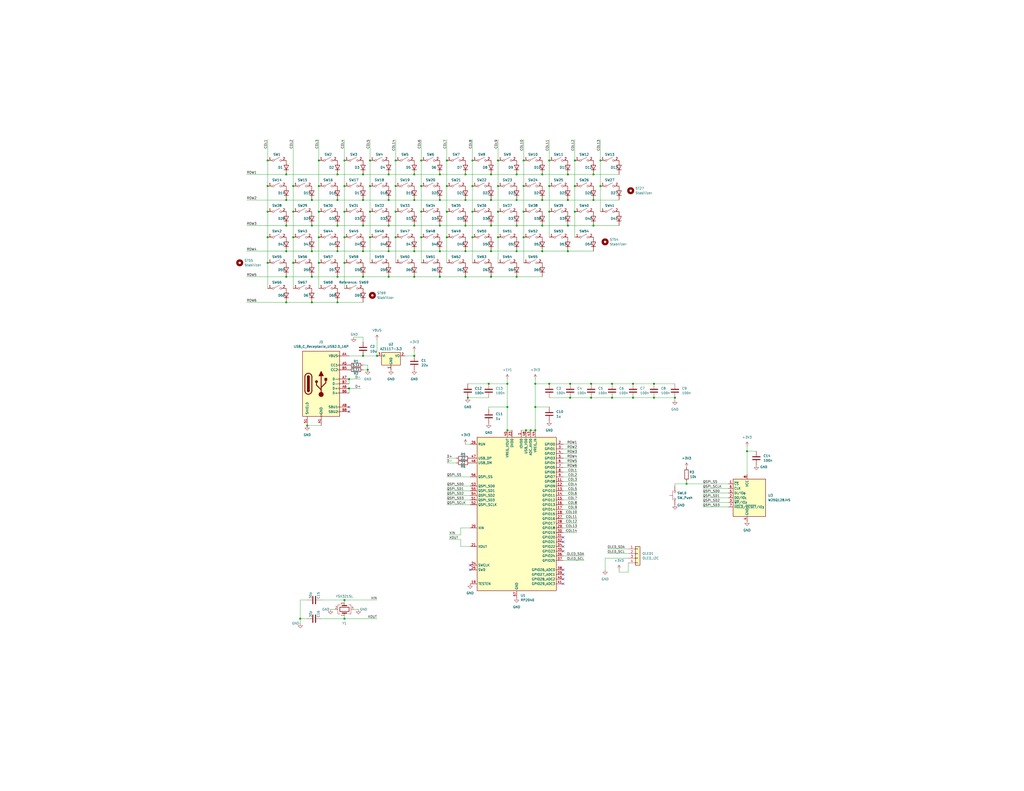
<source format=kicad_sch>
(kicad_sch (version 20250114) (generator "eeschema") (generator_version "9.0")
  (paper "C")
  (junction (at 173.99 101.6))
  (junction (at 170.18 123.19))
  (junction (at 243.84 115.57))
  (junction (at 257.81 87.63))
  (junction (at 295.91 95.25))
  (junction (at 173.99 87.63))
  (junction (at 266.7 209.55))
  (junction (at 170.18 109.22))
  (junction (at 229.87 115.57))
  (junction (at 327.66 87.63))
  (junction (at 240.03 95.25))
  (junction (at 212.09 95.25))
  (junction (at 299.72 101.6))
  (junction (at 160.02 115.57))
  (junction (at 200.66 201.93))
  (junction (at 229.87 129.54))
  (junction (at 356.87 209.55))
  (junction (at 292.1 234.95))
  (junction (at 184.15 137.16))
  (junction (at 198.12 109.22))
  (junction (at 229.87 101.6))
  (junction (at 190.5 207.01))
  (junction (at 299.72 87.63))
  (junction (at 292.1 222.25))
  (junction (at 285.75 87.63))
  (junction (at 345.44 217.17))
  (junction (at 146.05 87.63))
  (junction (at 184.15 95.25))
  (junction (at 254 95.25))
  (junction (at 240.03 137.16))
  (junction (at 198.12 194.31))
  (junction (at 281.94 95.25))
  (junction (at 327.66 101.6))
  (junction (at 243.84 87.63))
  (junction (at 267.97 151.13))
  (junction (at 226.06 194.31))
  (junction (at 311.15 217.17))
  (junction (at 313.69 87.63))
  (junction (at 240.03 151.13))
  (junction (at 198.12 137.16))
  (junction (at 271.78 87.63))
  (junction (at 254 123.19))
  (junction (at 240.03 123.19))
  (junction (at 254 137.16))
  (junction (at 212.09 123.19))
  (junction (at 309.88 123.19))
  (junction (at 255.27 217.17))
  (junction (at 267.97 95.25))
  (junction (at 170.18 165.1))
  (junction (at 146.05 101.6))
  (junction (at 212.09 109.22))
  (junction (at 198.12 95.25))
  (junction (at 407.67 246.38))
  (junction (at 285.75 129.54))
  (junction (at 276.86 209.55))
  (junction (at 226.06 151.13))
  (junction (at 212.09 137.16))
  (junction (at 215.9 129.54))
  (junction (at 271.78 129.54))
  (junction (at 173.99 129.54))
  (junction (at 240.03 109.22))
  (junction (at 368.3 217.17))
  (junction (at 184.15 109.22))
  (junction (at 156.21 137.16))
  (junction (at 323.85 123.19))
  (junction (at 267.97 123.19))
  (junction (at 299.72 115.57))
  (junction (at 187.96 337.82))
  (junction (at 322.58 209.55))
  (junction (at 276.86 222.25))
  (junction (at 212.09 151.13))
  (junction (at 309.88 109.22))
  (junction (at 170.18 137.16))
  (junction (at 226.06 123.19))
  (junction (at 146.05 143.51))
  (junction (at 160.02 143.51))
  (junction (at 187.96 143.51))
  (junction (at 198.12 123.19))
  (junction (at 226.06 137.16))
  (junction (at 243.84 129.54))
  (junction (at 173.99 143.51))
  (junction (at 356.87 217.17))
  (junction (at 201.93 87.63))
  (junction (at 187.96 129.54))
  (junction (at 173.99 115.57))
  (junction (at 281.94 151.13))
  (junction (at 309.88 95.25))
  (junction (at 281.94 137.16))
  (junction (at 313.69 115.57))
  (junction (at 334.01 217.17))
  (junction (at 374.65 264.16))
  (junction (at 184.15 165.1))
  (junction (at 187.96 115.57))
  (junction (at 285.75 101.6))
  (junction (at 215.9 101.6))
  (junction (at 295.91 123.19))
  (junction (at 163.83 337.82))
  (junction (at 299.72 209.55))
  (junction (at 295.91 137.16))
  (junction (at 267.97 137.16))
  (junction (at 322.58 217.17))
  (junction (at 184.15 123.19))
  (junction (at 184.15 151.13))
  (junction (at 313.69 101.6))
  (junction (at 201.93 115.57))
  (junction (at 276.86 234.95))
  (junction (at 205.74 194.31))
  (junction (at 215.9 87.63))
  (junction (at 257.81 101.6))
  (junction (at 156.21 95.25))
  (junction (at 345.44 209.55))
  (junction (at 226.06 109.22))
  (junction (at 170.18 151.13))
  (junction (at 229.87 87.63))
  (junction (at 187.96 101.6))
  (junction (at 254 151.13))
  (junction (at 167.64 232.41))
  (junction (at 281.94 109.22))
  (junction (at 295.91 109.22))
  (junction (at 257.81 115.57))
  (junction (at 146.05 115.57))
  (junction (at 271.78 101.6))
  (junction (at 311.15 209.55))
  (junction (at 289.56 234.95))
  (junction (at 323.85 95.25))
  (junction (at 323.85 109.22))
  (junction (at 215.9 115.57))
  (junction (at 267.97 109.22))
  (junction (at 285.75 115.57))
  (junction (at 187.96 327.66))
  (junction (at 309.88 137.16))
  (junction (at 292.1 209.55))
  (junction (at 146.05 129.54))
  (junction (at 281.94 123.19))
  (junction (at 156.21 151.13))
  (junction (at 156.21 109.22))
  (junction (at 160.02 129.54))
  (junction (at 257.81 129.54))
  (junction (at 271.78 115.57))
  (junction (at 156.21 123.19))
  (junction (at 226.06 95.25))
  (junction (at 243.84 101.6))
  (junction (at 334.01 209.55))
  (junction (at 160.02 101.6))
  (junction (at 198.12 151.13))
  (junction (at 190.5 212.09))
  (junction (at 187.96 87.63))
  (junction (at 287.02 234.95))
  (junction (at 201.93 101.6))
  (junction (at 156.21 165.1))
  (junction (at 254 109.22))
  (junction (at 201.93 129.54))
  (no_connect (at 307.34 298.45))
  (no_connect (at 307.34 293.37))
  (no_connect (at 307.34 313.69))
  (no_connect (at 190.5 224.79))
  (no_connect (at 190.5 222.25))
  (no_connect (at 256.54 308.61))
  (no_connect (at 307.34 295.91))
  (no_connect (at 307.34 300.99))
  (no_connect (at 307.34 311.15))
  (no_connect (at 307.34 316.23))
  (no_connect (at 307.34 318.77))
  (no_connect (at 256.54 311.15))
  (wire (pts (xy 215.9 76.2) (xy 215.9 87.63)))
  (wire (pts (xy 299.72 76.2) (xy 299.72 87.63)))
  (wire (pts (xy 220.98 194.31) (xy 226.06 194.31)))
  (wire (pts (xy 292.1 209.55) (xy 299.72 209.55)))
  (wire (pts (xy 299.72 217.17) (xy 311.15 217.17)))
  (wire (pts (xy 374.65 264.16) (xy 397.51 264.16)))
  (wire (pts (xy 167.64 232.41) (xy 175.26 232.41)))
  (wire (pts (xy 160.02 143.51) (xy 160.02 157.48)))
  (wire (pts (xy 240.03 109.22) (xy 254 109.22)))
  (wire (pts (xy 271.78 76.2) (xy 271.78 87.63)))
  (wire (pts (xy 170.18 109.22) (xy 184.15 109.22)))
  (wire (pts (xy 368.3 264.16) (xy 368.3 265.43)))
  (wire (pts (xy 243.84 275.59) (xy 256.54 275.59)))
  (wire (pts (xy 229.87 76.2) (xy 229.87 87.63)))
  (wire (pts (xy 226.06 191.77) (xy 226.06 194.31)))
  (wire (pts (xy 243.84 76.2) (xy 243.84 87.63)))
  (wire (pts (xy 201.93 115.57) (xy 201.93 129.54)))
  (wire (pts (xy 314.96 280.67) (xy 307.34 280.67)))
  (wire (pts (xy 314.96 257.81) (xy 307.34 257.81)))
  (wire (pts (xy 243.84 252.73) (xy 248.92 252.73)))
  (wire (pts (xy 322.58 209.55) (xy 334.01 209.55)))
  (wire (pts (xy 229.87 129.54) (xy 229.87 143.51)))
  (wire (pts (xy 313.69 101.6) (xy 313.69 115.57)))
  (wire (pts (xy 295.91 123.19) (xy 309.88 123.19)))
  (wire (pts (xy 201.93 76.2) (xy 201.93 87.63)))
  (wire (pts (xy 175.26 327.66) (xy 187.96 327.66)))
  (wire (pts (xy 156.21 123.19) (xy 170.18 123.19)))
  (wire (pts (xy 281.94 109.22) (xy 295.91 109.22)))
  (wire (pts (xy 187.96 337.82) (xy 187.96 336.55)))
  (wire (pts (xy 334.01 217.17) (xy 345.44 217.17)))
  (wire (pts (xy 309.88 109.22) (xy 323.85 109.22)))
  (wire (pts (xy 243.84 265.43) (xy 256.54 265.43)))
  (wire (pts (xy 407.67 246.38) (xy 407.67 259.08)))
  (wire (pts (xy 205.74 185.42) (xy 205.74 194.31)))
  (wire (pts (xy 276.86 222.25) (xy 266.7 222.25)))
  (wire (pts (xy 156.21 137.16) (xy 170.18 137.16)))
  (wire (pts (xy 243.84 273.05) (xy 256.54 273.05)))
  (wire (pts (xy 267.97 109.22) (xy 281.94 109.22)))
  (wire (pts (xy 254 151.13) (xy 267.97 151.13)))
  (wire (pts (xy 334.01 209.55) (xy 345.44 209.55)))
  (wire (pts (xy 187.96 327.66) (xy 205.74 327.66)))
  (wire (pts (xy 198.12 95.25) (xy 212.09 95.25)))
  (wire (pts (xy 271.78 129.54) (xy 271.78 143.51)))
  (wire (pts (xy 215.9 87.63) (xy 215.9 101.6)))
  (wire (pts (xy 187.96 115.57) (xy 187.96 129.54)))
  (wire (pts (xy 173.99 76.2) (xy 173.99 87.63)))
  (wire (pts (xy 198.12 184.15) (xy 198.12 186.69)))
  (wire (pts (xy 146.05 101.6) (xy 146.05 115.57)))
  (wire (pts (xy 229.87 101.6) (xy 229.87 115.57)))
  (wire (pts (xy 295.91 95.25) (xy 309.88 95.25)))
  (wire (pts (xy 276.86 207.01) (xy 276.86 209.55)))
  (wire (pts (xy 257.81 129.54) (xy 257.81 143.51)))
  (wire (pts (xy 243.84 260.35) (xy 256.54 260.35)))
  (wire (pts (xy 255.27 209.55) (xy 266.7 209.55)))
  (wire (pts (xy 134.62 137.16) (xy 156.21 137.16)))
  (wire (pts (xy 314.96 275.59) (xy 307.34 275.59)))
  (wire (pts (xy 240.03 137.16) (xy 254 137.16)))
  (wire (pts (xy 292.1 207.01) (xy 292.1 209.55)))
  (wire (pts (xy 200.66 199.39) (xy 200.66 201.93)))
  (wire (pts (xy 229.87 115.57) (xy 229.87 129.54)))
  (wire (pts (xy 313.69 87.63) (xy 313.69 101.6)))
  (wire (pts (xy 327.66 101.6) (xy 327.66 115.57)))
  (wire (pts (xy 173.99 101.6) (xy 173.99 115.57)))
  (wire (pts (xy 257.81 76.2) (xy 257.81 87.63)))
  (wire (pts (xy 254 137.16) (xy 267.97 137.16)))
  (wire (pts (xy 322.58 217.17) (xy 334.01 217.17)))
  (wire (pts (xy 356.87 217.17) (xy 368.3 217.17)))
  (wire (pts (xy 160.02 115.57) (xy 160.02 129.54)))
  (wire (pts (xy 314.96 290.83) (xy 307.34 290.83)))
  (wire (pts (xy 243.84 115.57) (xy 243.84 129.54)))
  (wire (pts (xy 198.12 199.39) (xy 200.66 199.39)))
  (wire (pts (xy 257.81 87.63) (xy 257.81 101.6)))
  (wire (pts (xy 184.15 95.25) (xy 198.12 95.25)))
  (wire (pts (xy 342.9 307.34) (xy 342.9 312.42)))
  (wire (pts (xy 173.99 143.51) (xy 173.99 157.48)))
  (wire (pts (xy 195.58 332.74) (xy 193.04 332.74)))
  (wire (pts (xy 314.96 247.65) (xy 307.34 247.65)))
  (wire (pts (xy 160.02 101.6) (xy 160.02 115.57)))
  (wire (pts (xy 146.05 76.2) (xy 146.05 87.63)))
  (wire (pts (xy 156.21 109.22) (xy 170.18 109.22)))
  (wire (pts (xy 271.78 101.6) (xy 271.78 115.57)))
  (wire (pts (xy 226.06 109.22) (xy 240.03 109.22)))
  (wire (pts (xy 215.9 115.57) (xy 215.9 129.54)))
  (wire (pts (xy 327.66 76.2) (xy 327.66 87.63)))
  (wire (pts (xy 198.12 194.31) (xy 205.74 194.31)))
  (wire (pts (xy 146.05 143.51) (xy 146.05 157.48)))
  (wire (pts (xy 281.94 123.19) (xy 295.91 123.19)))
  (wire (pts (xy 337.82 312.42) (xy 337.82 311.15)))
  (wire (pts (xy 271.78 115.57) (xy 271.78 129.54)))
  (wire (pts (xy 187.96 337.82) (xy 205.74 337.82)))
  (wire (pts (xy 146.05 115.57) (xy 146.05 129.54)))
  (wire (pts (xy 267.97 137.16) (xy 281.94 137.16)))
  (wire (pts (xy 287.02 234.95) (xy 289.56 234.95)))
  (wire (pts (xy 190.5 194.31) (xy 198.12 194.31)))
  (wire (pts (xy 198.12 109.22) (xy 212.09 109.22)))
  (wire (pts (xy 170.18 165.1) (xy 184.15 165.1)))
  (wire (pts (xy 226.06 151.13) (xy 240.03 151.13)))
  (wire (pts (xy 292.1 222.25) (xy 299.72 222.25)))
  (wire (pts (xy 309.88 95.25) (xy 323.85 95.25)))
  (wire (pts (xy 383.54 271.78) (xy 397.51 271.78)))
  (wire (pts (xy 212.09 151.13) (xy 226.06 151.13)))
  (wire (pts (xy 156.21 95.25) (xy 184.15 95.25)))
  (wire (pts (xy 292.1 234.95) (xy 289.56 234.95)))
  (wire (pts (xy 134.62 109.22) (xy 156.21 109.22)))
  (wire (pts (xy 251.46 298.45) (xy 256.54 298.45)))
  (wire (pts (xy 187.96 87.63) (xy 187.96 101.6)))
  (wire (pts (xy 198.12 151.13) (xy 212.09 151.13)))
  (wire (pts (xy 173.99 115.57) (xy 173.99 129.54)))
  (wire (pts (xy 187.96 129.54) (xy 187.96 143.51)))
  (wire (pts (xy 190.5 212.09) (xy 190.5 214.63)))
  (wire (pts (xy 267.97 123.19) (xy 281.94 123.19)))
  (wire (pts (xy 383.54 276.86) (xy 397.51 276.86)))
  (wire (pts (xy 257.81 101.6) (xy 257.81 115.57)))
  (wire (pts (xy 313.69 115.57) (xy 313.69 129.54)))
  (wire (pts (xy 292.1 222.25) (xy 292.1 234.95)))
  (wire (pts (xy 285.75 115.57) (xy 285.75 129.54)))
  (wire (pts (xy 201.93 101.6) (xy 201.93 115.57)))
  (wire (pts (xy 184.15 123.19) (xy 198.12 123.19)))
  (wire (pts (xy 190.5 207.01) (xy 196.85 207.01)))
  (wire (pts (xy 314.96 270.51) (xy 307.34 270.51)))
  (wire (pts (xy 163.83 327.66) (xy 163.83 337.82)))
  (wire (pts (xy 314.96 245.11) (xy 307.34 245.11)))
  (wire (pts (xy 170.18 123.19) (xy 184.15 123.19)))
  (wire (pts (xy 167.64 327.66) (xy 163.83 327.66)))
  (wire (pts (xy 285.75 101.6) (xy 285.75 115.57)))
  (wire (pts (xy 134.62 151.13) (xy 156.21 151.13)))
  (wire (pts (xy 309.88 123.19) (xy 323.85 123.19)))
  (wire (pts (xy 314.96 252.73) (xy 307.34 252.73)))
  (wire (pts (xy 243.84 129.54) (xy 243.84 143.51)))
  (wire (pts (xy 243.84 270.51) (xy 256.54 270.51)))
  (wire (pts (xy 184.15 151.13) (xy 198.12 151.13)))
  (wire (pts (xy 311.15 217.17) (xy 322.58 217.17)))
  (wire (pts (xy 295.91 109.22) (xy 309.88 109.22)))
  (wire (pts (xy 226.06 137.16) (xy 240.03 137.16)))
  (wire (pts (xy 285.75 87.63) (xy 285.75 101.6)))
  (wire (pts (xy 314.96 255.27) (xy 307.34 255.27)))
  (wire (pts (xy 240.03 151.13) (xy 254 151.13)))
  (wire (pts (xy 314.96 260.35) (xy 307.34 260.35)))
  (wire (pts (xy 198.12 201.93) (xy 200.66 201.93)))
  (wire (pts (xy 323.85 109.22) (xy 337.82 109.22)))
  (wire (pts (xy 193.04 184.15) (xy 198.12 184.15)))
  (wire (pts (xy 173.99 129.54) (xy 173.99 143.51)))
  (wire (pts (xy 383.54 266.7) (xy 397.51 266.7)))
  (wire (pts (xy 156.21 165.1) (xy 170.18 165.1)))
  (wire (pts (xy 314.96 283.21) (xy 307.34 283.21)))
  (wire (pts (xy 281.94 137.16) (xy 295.91 137.16)))
  (wire (pts (xy 281.94 95.25) (xy 295.91 95.25)))
  (wire (pts (xy 170.18 151.13) (xy 184.15 151.13)))
  (wire (pts (xy 383.54 269.24) (xy 397.51 269.24)))
  (wire (pts (xy 295.91 137.16) (xy 309.88 137.16)))
  (wire (pts (xy 184.15 109.22) (xy 198.12 109.22)))
  (wire (pts (xy 201.93 87.63) (xy 201.93 101.6)))
  (wire (pts (xy 170.18 137.16) (xy 184.15 137.16)))
  (wire (pts (xy 285.75 76.2) (xy 285.75 87.63)))
  (wire (pts (xy 243.84 101.6) (xy 243.84 115.57)))
  (wire (pts (xy 318.77 303.53) (xy 307.34 303.53)))
  (wire (pts (xy 356.87 209.55) (xy 368.3 209.55)))
  (wire (pts (xy 240.03 95.25) (xy 254 95.25)))
  (wire (pts (xy 318.77 306.07) (xy 307.34 306.07)))
  (wire (pts (xy 330.2 304.8) (xy 342.9 304.8)))
  (wire (pts (xy 184.15 137.16) (xy 198.12 137.16)))
  (wire (pts (xy 163.83 337.82) (xy 167.64 337.82)))
  (wire (pts (xy 187.96 76.2) (xy 187.96 87.63)))
  (wire (pts (xy 276.86 234.95) (xy 279.4 234.95)))
  (wire (pts (xy 201.93 129.54) (xy 201.93 143.51)))
  (wire (pts (xy 226.06 95.25) (xy 240.03 95.25)))
  (wire (pts (xy 254 109.22) (xy 267.97 109.22)))
  (wire (pts (xy 215.9 129.54) (xy 215.9 143.51)))
  (wire (pts (xy 299.72 115.57) (xy 299.72 129.54)))
  (wire (pts (xy 299.72 87.63) (xy 299.72 101.6)))
  (wire (pts (xy 276.86 209.55) (xy 276.86 222.25)))
  (wire (pts (xy 368.3 218.44) (xy 368.3 217.17)))
  (wire (pts (xy 323.85 95.25) (xy 337.82 95.25)))
  (wire (pts (xy 292.1 209.55) (xy 292.1 222.25)))
  (wire (pts (xy 173.99 87.63) (xy 173.99 101.6)))
  (wire (pts (xy 226.06 123.19) (xy 240.03 123.19)))
  (wire (pts (xy 146.05 129.54) (xy 146.05 143.51)))
  (wire (pts (xy 323.85 123.19) (xy 337.82 123.19)))
  (wire (pts (xy 245.11 294.64) (xy 251.46 294.64)))
  (wire (pts (xy 285.75 129.54) (xy 285.75 143.51)))
  (wire (pts (xy 251.46 292.1) (xy 251.46 288.29)))
  (wire (pts (xy 342.9 312.42) (xy 337.82 312.42)))
  (wire (pts (xy 314.96 262.89) (xy 307.34 262.89)))
  (wire (pts (xy 345.44 209.55) (xy 356.87 209.55)))
  (wire (pts (xy 299.72 101.6) (xy 299.72 115.57)))
  (wire (pts (xy 184.15 165.1) (xy 198.12 165.1)))
  (wire (pts (xy 254 242.57) (xy 256.54 242.57)))
  (wire (pts (xy 212.09 137.16) (xy 226.06 137.16)))
  (wire (pts (xy 245.11 292.1) (xy 251.46 292.1)))
  (wire (pts (xy 368.3 264.16) (xy 374.65 264.16)))
  (wire (pts (xy 212.09 109.22) (xy 226.06 109.22)))
  (wire (pts (xy 175.26 337.82) (xy 187.96 337.82)))
  (wire (pts (xy 314.96 267.97) (xy 307.34 267.97)))
  (wire (pts (xy 180.34 332.74) (xy 182.88 332.74)))
  (wire (pts (xy 190.5 207.01) (xy 190.5 209.55)))
  (wire (pts (xy 314.96 278.13) (xy 307.34 278.13)))
  (wire (pts (xy 374.65 262.89) (xy 374.65 264.16)))
  (wire (pts (xy 345.44 217.17) (xy 356.87 217.17)))
  (wire (pts (xy 331.47 299.72) (xy 342.9 299.72)))
  (wire (pts (xy 134.62 95.25) (xy 156.21 95.25)))
  (wire (pts (xy 314.96 285.75) (xy 307.34 285.75)))
  (wire (pts (xy 314.96 288.29) (xy 307.34 288.29)))
  (wire (pts (xy 281.94 151.13) (xy 295.91 151.13)))
  (wire (pts (xy 187.96 143.51) (xy 187.96 157.48)))
  (wire (pts (xy 254 95.25) (xy 267.97 95.25)))
  (wire (pts (xy 254 123.19) (xy 267.97 123.19)))
  (wire (pts (xy 163.83 340.36) (xy 163.83 337.82)))
  (wire (pts (xy 266.7 222.25) (xy 266.7 223.52)))
  (wire (pts (xy 267.97 151.13) (xy 281.94 151.13)))
  (wire (pts (xy 251.46 294.64) (xy 251.46 298.45)))
  (wire (pts (xy 251.46 288.29) (xy 256.54 288.29)))
  (wire (pts (xy 215.9 101.6) (xy 215.9 115.57)))
  (wire (pts (xy 327.66 87.63) (xy 327.66 101.6)))
  (wire (pts (xy 212.09 123.19) (xy 226.06 123.19)))
  (wire (pts (xy 407.67 246.38) (xy 412.75 246.38)))
  (wire (pts (xy 134.62 165.1) (xy 156.21 165.1)))
  (wire (pts (xy 267.97 95.25) (xy 281.94 95.25)))
  (wire (pts (xy 383.54 274.32) (xy 397.51 274.32)))
  (wire (pts (xy 311.15 209.55) (xy 322.58 209.55)))
  (wire (pts (xy 330.2 311.15) (xy 330.2 304.8)))
  (wire (pts (xy 299.72 209.55) (xy 311.15 209.55)))
  (wire (pts (xy 313.69 76.2) (xy 313.69 87.63)))
  (wire (pts (xy 266.7 209.55) (xy 276.86 209.55)))
  (wire (pts (xy 198.12 123.19) (xy 212.09 123.19)))
  (wire (pts (xy 243.84 87.63) (xy 243.84 101.6)))
  (wire (pts (xy 156.21 151.13) (xy 170.18 151.13)))
  (wire (pts (xy 276.86 234.95) (xy 276.86 222.25)))
  (wire (pts (xy 243.84 267.97) (xy 256.54 267.97)))
  (wire (pts (xy 257.81 115.57) (xy 257.81 129.54)))
  (wire (pts (xy 134.62 123.19) (xy 156.21 123.19)))
  (wire (pts (xy 314.96 265.43) (xy 307.34 265.43)))
  (wire (pts (xy 255.27 217.17) (xy 266.7 217.17)))
  (wire (pts (xy 146.05 87.63) (xy 146.05 101.6)))
  (wire (pts (xy 187.96 327.66) (xy 187.96 328.93)))
  (wire (pts (xy 160.02 76.2) (xy 160.02 101.6)))
  (wire (pts (xy 309.88 137.16) (xy 323.85 137.16)))
  (wire (pts (xy 190.5 212.09) (xy 196.85 212.09)))
  (wire (pts (xy 314.96 273.05) (xy 307.34 273.05)))
  (wire (pts (xy 407.67 243.84) (xy 407.67 246.38)))
  (wire (pts (xy 243.84 250.19) (xy 248.92 250.19)))
  (wire (pts (xy 198.12 137.16) (xy 212.09 137.16)))
  (wire (pts (xy 229.87 87.63) (xy 229.87 101.6)))
  (wire (pts (xy 314.96 250.19) (xy 307.34 250.19)))
  (wire (pts (xy 331.47 302.26) (xy 342.9 302.26)))
  (wire (pts (xy 187.96 101.6) (xy 187.96 115.57)))
  (wire (pts (xy 240.03 123.19) (xy 254 123.19)))
  (wire (pts (xy 160.02 129.54) (xy 160.02 143.51)))
  (wire (pts (xy 212.09 95.25) (xy 226.06 95.25)))
  (wire (pts (xy 314.96 242.57) (xy 307.34 242.57)))
  (wire (pts (xy 271.78 87.63) (xy 271.78 101.6)))
  (wire (pts (xy 284.48 234.95) (xy 287.02 234.95)))
  (label "COL10" (at 314.96 280.67 180))
  (label "XOUT" (at 245.11 294.64 0))
  (label "D+" (at 196.85 212.09 180))
  (label "QSPI_SD3" (at 383.54 276.86 0))
  (label "QSPI_SCLK" (at 383.54 266.7 0))
  (label "QSPI_SD2" (at 243.84 270.51 0))
  (label "ROW4" (at 134.62 137.16 0))
  (label "COL2" (at 314.96 260.35 180))
  (label "ROW5" (at 314.96 252.73 180))
  (label "COL2" (at 160.02 76.2 270))
  (label "ROW5" (at 134.62 151.13 0))
  (label "COL12" (at 314.96 285.75 180))
  (label "COL4" (at 314.96 265.43 180))
  (label "QSPI_SD1" (at 243.84 267.97 0))
  (label "QSPI_SD2" (at 383.54 274.32 0))
  (label "COL3" (at 314.96 262.89 180))
  (label "OLED_SCL" (at 331.47 302.26 0))
  (label "ROW3" (at 314.96 247.65 180))
  (label "COL12" (at 313.69 76.2 270))
  (label "QSPI_SS" (at 243.84 260.35 0))
  (label "COL3" (at 173.99 76.2 270))
  (label "ROW6" (at 134.62 165.1 0))
  (label "OLED_SDA" (at 331.47 299.72 0))
  (label "COL8" (at 314.96 275.59 180))
  (label "COL4" (at 187.96 76.2 270))
  (label "ROW2" (at 134.62 109.22 0))
  (label "COL1" (at 314.96 257.81 180))
  (label "COL9" (at 314.96 278.13 180))
  (label "COL5" (at 314.96 267.97 180))
  (label "OLED_SCL" (at 318.77 306.07 180))
  (label "QSPI_SD1" (at 383.54 271.78 0))
  (label "D+" (at 243.84 250.19 0))
  (label "COL7" (at 243.84 76.2 270))
  (label "COL7" (at 314.96 273.05 180))
  (label "ROW4" (at 314.96 250.19 180))
  (label "QSPI_SD0" (at 243.84 265.43 0))
  (label "COL13" (at 314.96 288.29 180))
  (label "COL1" (at 146.05 76.2 270))
  (label "ROW1" (at 314.96 242.57 180))
  (label "D-" (at 196.85 207.01 180))
  (label "COL9" (at 271.78 76.2 270))
  (label "COL8" (at 257.81 76.2 270))
  (label "COL5" (at 201.93 76.2 270))
  (label "ROW1" (at 134.62 95.25 0))
  (label "COL14" (at 314.96 290.83 180))
  (label "ROW3" (at 134.62 123.19 0))
  (label "QSPI_SD3" (at 243.84 273.05 0))
  (label "ROW6" (at 314.96 255.27 180))
  (label "QSPI_SS" (at 383.54 264.16 0))
  (label "COL13" (at 327.66 76.2 270))
  (label "QSPI_SD0" (at 383.54 269.24 0))
  (label "COL11" (at 299.72 76.2 270))
  (label "COL6" (at 314.96 270.51 180))
  (label "ROW2" (at 314.96 245.11 180))
  (label "COL6" (at 229.87 76.2 270))
  (label "OLED_SDA" (at 318.77 303.53 180))
  (label "COL11" (at 314.96 283.21 180))
  (label "COL10" (at 285.75 76.2 270))
  (label "XIN" (at 245.11 292.1 0))
  (label "XOUT" (at 205.74 337.82 180))
  (label "XIN" (at 205.74 327.66 180))
  (label "QSPI_SCLK" (at 243.84 275.59 0))
  (label "D-" (at 243.84 252.73 0))
  (label "COL14" (at 215.9 76.2 270))
  (symbol (lib_id "Diode:1N4148WS") (at 184.15 133.35 90) (unit 1)
    (property "Reference" "D44" (at 179.578 133.35 90) (effects (justify right)))
    (property "Value" "1N4148WS" (effects (hide yes)))
    (property "Footprint" "Diode_SMD:D_SOD-323" (effects (hide yes)))
    (property "Datasheet" "https://www.vishay.com/docs/85751/1n4148ws.pdf" (effects (hide yes)))
    (property "Description" "75V 0.15A Fast switching Diode, SOD-323" (effects (hide yes)))
    (property "Sim.Device" "D" (effects (hide yes)))
    (property "Sim.Pins" "1=K 2=A" (effects (hide yes)))
    (property "LCSC" "C2128" (effects (hide yes)))
  )
  (symbol (lib_id "power:+3V3") (at 254 242.57 0) (unit 1)
    (property "Reference" "#PWR027" (effects (hide yes)))
    (property "Value" "+3V3" (at 254 237.49 0))
    (property "Description" "Power symbol creates a global label with name \"+3V3\"" (effects (hide yes)))
  )
  (symbol (lib_id "power:+3V3") (at 292.1 207.01 0) (unit 1)
    (property "Reference" "#PWR08" (effects (hide yes)))
    (property "Value" "+3V3" (at 292.1 201.93 0))
    (property "Description" "Power symbol creates a global label with name \"+3V3\"" (effects (hide yes)))
  )
  (symbol (lib_id "Switch:SW_SPST") (at 165.1 157.48 0) (unit 1)
    (property "Reference" "SW67" (at 165.1 154.178 0))
    (property "Value" "SW_SPST" (effects (hide yes)))
    (property "Footprint" "PCM_Switch_Keyboard_Cherry_MX:SW_Cherry_MX_PCB" (effects (hide yes)))
    (property "Description" "Single Pole Single Throw (SPST) switch" (effects (hide yes)))
  )
  (symbol (lib_id "Switch:SW_SPST") (at 193.04 129.54 0) (unit 1)
    (property "Reference" "SW45" (at 193.04 126.238 0))
    (property "Value" "SW_SPST" (effects (hide yes)))
    (property "Footprint" "PCM_Switch_Keyboard_Cherry_MX:SW_Cherry_MX_PCB" (effects (hide yes)))
    (property "Description" "Single Pole Single Throw (SPST) switch" (effects (hide yes)))
  )
  (symbol (lib_id "Switch:SW_SPST") (at 207.01 87.63 0) (unit 1)
    (property "Reference" "SW4" (at 207.01 84.328 0))
    (property "Value" "SW_SPST" (effects (hide yes)))
    (property "Footprint" "PCM_Switch_Keyboard_Cherry_MX:SW_Cherry_MX_PCB" (effects (hide yes)))
    (property "Description" "Single Pole Single Throw (SPST) switch" (effects (hide yes)))
  )
  (symbol (lib_id "Switch:SW_SPST") (at 179.07 143.51 0) (unit 1)
    (property "Reference" "SW57" (at 179.07 140.208 0))
    (property "Value" "SW_SPST" (effects (hide yes)))
    (property "Footprint" "PCM_Switch_Keyboard_Cherry_MX:SW_Cherry_MX_PCB" (effects (hide yes)))
    (property "Description" "Single Pole Single Throw (SPST) switch" (effects (hide yes)))
  )
  (symbol (lib_id "Switch:SW_SPST") (at 151.13 101.6 0) (unit 1)
    (property "Reference" "SW14" (at 151.13 98.298 0))
    (property "Value" "SW_SPST" (effects (hide yes)))
    (property "Footprint" "PCM_Switch_Keyboard_Cherry_MX:SW_Cherry_MX_PCB" (effects (hide yes)))
    (property "Description" "Single Pole Single Throw (SPST) switch" (effects (hide yes)))
  )
  (symbol (lib_id "Switch:SW_SPST") (at 193.04 87.63 0) (unit 1)
    (property "Reference" "SW3" (at 193.04 84.328 0))
    (property "Value" "SW_SPST" (effects (hide yes)))
    (property "Footprint" "PCM_Switch_Keyboard_Cherry_MX:SW_Cherry_MX_PCB" (effects (hide yes)))
    (property "Description" "Single Pole Single Throw (SPST) switch" (effects (hide yes)))
  )
  (symbol (lib_id "Diode:1N4148WS") (at 309.88 119.38 90) (unit 1)
    (property "Reference" "D39" (at 305.308 119.38 90) (effects (justify right)))
    (property "Value" "1N4148WS" (effects (hide yes)))
    (property "Footprint" "Diode_SMD:D_SOD-323" (effects (hide yes)))
    (property "Datasheet" "https://www.vishay.com/docs/85751/1n4148ws.pdf" (effects (hide yes)))
    (property "Description" "75V 0.15A Fast switching Diode, SOD-323" (effects (hide yes)))
    (property "Sim.Device" "D" (effects (hide yes)))
    (property "Sim.Pins" "1=K 2=A" (effects (hide yes)))
    (property "LCSC" "C2128" (effects (hide yes)))
  )
  (symbol (lib_id "Switch:SW_SPST") (at 234.95 143.51 0) (unit 1)
    (property "Reference" "SW61" (at 234.95 140.208 0))
    (property "Value" "SW_SPST" (effects (hide yes)))
    (property "Footprint" "PCM_Switch_Keyboard_Cherry_MX:SW_Cherry_MX_PCB" (effects (hide yes)))
    (property "Description" "Single Pole Single Throw (SPST) switch" (effects (hide yes)))
  )
  (symbol (lib_id "Device:C") (at 226.06 198.12 0) (unit 1)
    (property "Reference" "C1" (at 229.87 196.8499 0) (effects (justify left)))
    (property "Value" "22u" (at 229.87 199.3899 0) (effects (justify left)))
    (property "Footprint" "Capacitor_SMD:C_0603_1608Metric" (effects (hide yes)))
    (property "Description" "Unpolarized capacitor" (effects (hide yes)))
    (property "LCSC" "C59461" (effects (hide yes)))
  )
  (symbol (lib_id "Switch:SW_SPST") (at 220.98 129.54 0) (unit 1)
    (property "Reference" "SW47" (at 220.98 126.238 0))
    (property "Value" "SW_SPST" (effects (hide yes)))
    (property "Footprint" "PCM_Switch_Keyboard_Cherry_MX:SW_Cherry_MX_PCB" (effects (hide yes)))
    (property "Description" "Single Pole Single Throw (SPST) switch" (effects (hide yes)))
  )
  (symbol (lib_id "Diode:1N4148WS") (at 267.97 105.41 90) (unit 1)
    (property "Reference" "D22" (at 263.398 105.41 90) (effects (justify right)))
    (property "Value" "1N4148WS" (effects (hide yes)))
    (property "Footprint" "Diode_SMD:D_SOD-323" (effects (hide yes)))
    (property "Datasheet" "https://www.vishay.com/docs/85751/1n4148ws.pdf" (effects (hide yes)))
    (property "Description" "75V 0.15A Fast switching Diode, SOD-323" (effects (hide yes)))
    (property "Sim.Device" "D" (effects (hide yes)))
    (property "Sim.Pins" "1=K 2=A" (effects (hide yes)))
    (property "LCSC" "C2128" (effects (hide yes)))
  )
  (symbol (lib_id "Mechanical:MountingHole") (at 330.2 132.08 0) (unit 1) (in_bom no)
    (property "Reference" "ST54" (at 332.74 130.8099 0) (effects (justify left)))
    (property "Value" "Stabilizer" (at 332.74 133.3499 0) (effects (justify left)))
    (property "Footprint" "PCM_Mounting_Keyboard_Stabilizer:Stabilizer_Cherry_MX_2.00u" (effects (hide yes)))
    (property "Description" "Mounting Hole without connection" (effects (hide yes)))
  )
  (symbol (lib_id "Device:C") (at 311.15 213.36 0) (unit 1)
    (property "Reference" "C4" (at 314.96 212.0899 0) (effects (justify left)))
    (property "Value" "100n" (at 314.96 214.6299 0) (effects (justify left)))
    (property "Footprint" "Capacitor_SMD:C_0402_1005Metric" (effects (hide yes)))
    (property "Description" "Unpolarized capacitor" (effects (hide yes)))
    (property "LCSC" "C1525" (effects (hide yes)))
  )
  (symbol (lib_id "Device:C") (at 334.01 213.36 0) (unit 1)
    (property "Reference" "C6" (at 337.82 212.0899 0) (effects (justify left)))
    (property "Value" "100n" (at 337.82 214.6299 0) (effects (justify left)))
    (property "Footprint" "Capacitor_SMD:C_0402_1005Metric" (effects (hide yes)))
    (property "Description" "Unpolarized capacitor" (effects (hide yes)))
    (property "LCSC" "C1525" (effects (hide yes)))
  )
  (symbol (lib_id "power:GND") (at 407.67 284.48 0) (unit 1)
    (property "Reference" "#PWR014" (effects (hide yes)))
    (property "Value" "GND" (at 407.67 289.56 0))
    (property "Description" "Power symbol creates a global label with name \"GND\" , ground" (effects (hide yes)))
  )
  (symbol (lib_id "power:+3V3") (at 374.65 255.27 0) (unit 1)
    (property "Reference" "#PWR017" (effects (hide yes)))
    (property "Value" "+3V3" (at 374.65 250.19 0))
    (property "Description" "Power symbol creates a global label with name \"+3V3\"" (effects (hide yes)))
  )
  (symbol (lib_id "Switch:SW_SPST") (at 207.01 115.57 0) (unit 1)
    (property "Reference" "SW32" (at 207.01 112.268 0))
    (property "Value" "SW_SPST" (effects (hide yes)))
    (property "Footprint" "PCM_Switch_Keyboard_Cherry_MX:SW_Cherry_MX_PCB" (effects (hide yes)))
    (property "Description" "Single Pole Single Throw (SPST) switch" (effects (hide yes)))
  )
  (symbol (lib_id "Switch:SW_SPST") (at 248.92 87.63 0) (unit 1)
    (property "Reference" "SW7" (at 248.92 84.328 0))
    (property "Value" "SW_SPST" (effects (hide yes)))
    (property "Footprint" "PCM_Switch_Keyboard_Cherry_MX:SW_Cherry_MX_PCB" (effects (hide yes)))
    (property "Description" "Single Pole Single Throw (SPST) switch" (effects (hide yes)))
  )
  (symbol (lib_id "Diode:1N4148WS") (at 170.18 119.38 90) (unit 1)
    (property "Reference" "D29" (at 165.608 119.38 90) (effects (justify right)))
    (property "Value" "1N4148WS" (effects (hide yes)))
    (property "Footprint" "Diode_SMD:D_SOD-323" (effects (hide yes)))
    (property "Datasheet" "https://www.vishay.com/docs/85751/1n4148ws.pdf" (effects (hide yes)))
    (property "Description" "75V 0.15A Fast switching Diode, SOD-323" (effects (hide yes)))
    (property "Sim.Device" "D" (effects (hide yes)))
    (property "Sim.Pins" "1=K 2=A" (effects (hide yes)))
    (property "LCSC" "C2128" (effects (hide yes)))
  )
  (symbol (lib_id "Device:C") (at 368.3 213.36 0) (unit 1)
    (property "Reference" "C9" (at 372.11 212.0899 0) (effects (justify left)))
    (property "Value" "100n" (at 372.11 214.6299 0) (effects (justify left)))
    (property "Footprint" "Capacitor_SMD:C_0402_1005Metric" (effects (hide yes)))
    (property "Description" "Unpolarized capacitor" (effects (hide yes)))
    (property "LCSC" "C1525" (effects (hide yes)))
  )
  (symbol (lib_id "Diode:1N4148WS") (at 198.12 105.41 90) (unit 1)
    (property "Reference" "D17" (at 193.548 105.41 90) (effects (justify right)))
    (property "Value" "1N4148WS" (effects (hide yes)))
    (property "Footprint" "Diode_SMD:D_SOD-323" (effects (hide yes)))
    (property "Datasheet" "https://www.vishay.com/docs/85751/1n4148ws.pdf" (effects (hide yes)))
    (property "Description" "75V 0.15A Fast switching Diode, SOD-323" (effects (hide yes)))
    (property "Sim.Device" "D" (effects (hide yes)))
    (property "Sim.Pins" "1=K 2=A" (effects (hide yes)))
    (property "LCSC" "C2128" (effects (hide yes)))
  )
  (symbol (lib_id "Switch:SW_SPST") (at 193.04 143.51 0) (unit 1)
    (property "Reference" "SW58" (at 193.04 140.208 0))
    (property "Value" "SW_SPST" (effects (hide yes)))
    (property "Footprint" "PCM_Switch_Keyboard_Cherry_MX:SW_Cherry_MX_PCB" (effects (hide yes)))
    (property "Description" "Single Pole Single Throw (SPST) switch" (effects (hide yes)))
  )
  (symbol (lib_id "Switch:SW_SPST") (at 220.98 101.6 0) (unit 1)
    (property "Reference" "SW19" (at 220.98 98.298 0))
    (property "Value" "SW_SPST" (effects (hide yes)))
    (property "Footprint" "PCM_Switch_Keyboard_Cherry_MX:SW_Cherry_MX_PCB" (effects (hide yes)))
    (property "Description" "Single Pole Single Throw (SPST) switch" (effects (hide yes)))
  )
  (symbol (lib_id "Switch:SW_SPST") (at 318.77 115.57 0) (unit 1)
    (property "Reference" "SW40" (at 318.77 112.268 0))
    (property "Value" "SW_SPST" (effects (hide yes)))
    (property "Footprint" "PCM_Switch_Keyboard_Cherry_MX:SW_Cherry_MX_PCB" (effects (hide yes)))
    (property "Description" "Single Pole Single Throw (SPST) switch" (effects (hide yes)))
  )
  (symbol (lib_id "Device:R") (at 194.31 199.39 90) (unit 1)
    (property "Reference" "R1" (at 194.31 197.358 90))
    (property "Value" "5.1k" (at 194.31 199.39 90))
    (property "Footprint" "Resistor_SMD:R_0402_1005Metric" (effects (hide yes)))
    (property "Description" "Resistor" (effects (hide yes)))
    (property "LCSC" "C25905" (effects (hide yes)))
  )
  (symbol (lib_id "Diode:1N4148WS") (at 226.06 119.38 90) (unit 1)
    (property "Reference" "D33" (at 221.488 119.38 90) (effects (justify right)))
    (property "Value" "1N4148WS" (effects (hide yes)))
    (property "Footprint" "Diode_SMD:D_SOD-323" (effects (hide yes)))
    (property "Datasheet" "https://www.vishay.com/docs/85751/1n4148ws.pdf" (effects (hide yes)))
    (property "Description" "75V 0.15A Fast switching Diode, SOD-323" (effects (hide yes)))
    (property "Sim.Device" "D" (effects (hide yes)))
    (property "Sim.Pins" "1=K 2=A" (effects (hide yes)))
    (property "LCSC" "C2128" (effects (hide yes)))
  )
  (symbol (lib_id "Switch:SW_SPST") (at 276.86 87.63 0) (unit 1)
    (property "Reference" "SW9" (at 276.86 84.328 0))
    (property "Value" "SW_SPST" (effects (hide yes)))
    (property "Footprint" "PCM_Switch_Keyboard_Cherry_MX:SW_Cherry_MX_PCB" (effects (hide yes)))
    (property "Description" "Single Pole Single Throw (SPST) switch" (effects (hide yes)))
  )
  (symbol (lib_id "power:GND") (at 330.2 311.15 0) (unit 1)
    (property "Reference" "#PWR025" (effects (hide yes)))
    (property "Value" "GND" (at 330.2 316.23 0))
    (property "Description" "Power symbol creates a global label with name \"GND\" , ground" (effects (hide yes)))
  )
  (symbol (lib_id "Device:C") (at 171.45 337.82 90) (unit 1)
    (property "Reference" "C16" (at 173.736 335.28 0))
    (property "Value" "30p" (at 169.418 335.28 0))
    (property "Footprint" "Capacitor_SMD:C_0603_1608Metric" (effects (hide yes)))
    (property "Description" "Unpolarized capacitor" (effects (hide yes)))
    (property "LCSC" "C1658" (effects (hide yes)))
  )
  (symbol (lib_id "Diode:1N4148WS") (at 184.15 105.41 90) (unit 1)
    (property "Reference" "D16" (at 179.578 105.41 90) (effects (justify right)))
    (property "Value" "1N4148WS" (effects (hide yes)))
    (property "Footprint" "Diode_SMD:D_SOD-323" (effects (hide yes)))
    (property "Datasheet" "https://www.vishay.com/docs/85751/1n4148ws.pdf" (effects (hide yes)))
    (property "Description" "75V 0.15A Fast switching Diode, SOD-323" (effects (hide yes)))
    (property "Sim.Device" "D" (effects (hide yes)))
    (property "Sim.Pins" "1=K 2=A" (effects (hide yes)))
    (property "LCSC" "C2128" (effects (hide yes)))
  )
  (symbol (lib_id "Diode:1N4148WS") (at 254 105.41 90) (unit 1)
    (property "Reference" "D21" (at 249.428 105.41 90) (effects (justify right)))
    (property "Value" "1N4148WS" (effects (hide yes)))
    (property "Footprint" "Diode_SMD:D_SOD-323" (effects (hide yes)))
    (property "Datasheet" "https://www.vishay.com/docs/85751/1n4148ws.pdf" (effects (hide yes)))
    (property "Description" "75V 0.15A Fast switching Diode, SOD-323" (effects (hide yes)))
    (property "Sim.Device" "D" (effects (hide yes)))
    (property "Sim.Pins" "1=K 2=A" (effects (hide yes)))
    (property "LCSC" "C2128" (effects (hide yes)))
  )
  (symbol (lib_id "Diode:1N4148WS") (at 309.88 105.41 90) (unit 1)
    (property "Reference" "D25" (at 305.308 105.41 90) (effects (justify right)))
    (property "Value" "1N4148WS" (effects (hide yes)))
    (property "Footprint" "Diode_SMD:D_SOD-323" (effects (hide yes)))
    (property "Datasheet" "https://www.vishay.com/docs/85751/1n4148ws.pdf" (effects (hide yes)))
    (property "Description" "75V 0.15A Fast switching Diode, SOD-323" (effects (hide yes)))
    (property "Sim.Device" "D" (effects (hide yes)))
    (property "Sim.Pins" "1=K 2=A" (effects (hide yes)))
    (property "LCSC" "C2128" (effects (hide yes)))
  )
  (symbol (lib_id "Device:C") (at 266.7 227.33 0) (unit 1)
    (property "Reference" "C11" (at 270.51 226.0599 0) (effects (justify left)))
    (property "Value" "1u" (at 270.51 228.5999 0) (effects (justify left)))
    (property "Footprint" "Capacitor_SMD:C_0402_1005Metric" (effects (hide yes)))
    (property "Description" "Unpolarized capacitor" (effects (hide yes)))
    (property "LCSC" "C52923" (effects (hide yes)))
  )
  (symbol (lib_id "Switch:SW_SPST") (at 332.74 87.63 0) (unit 1)
    (property "Reference" "SW13" (at 332.74 84.328 0))
    (property "Value" "SW_SPST" (effects (hide yes)))
    (property "Footprint" "PCM_Switch_Keyboard_Cherry_MX:SW_Cherry_MX_PCB_1.00u" (effects (hide yes)))
    (property "Description" "Single Pole Single Throw (SPST) switch" (effects (hide yes)))
  )
  (symbol (lib_id "Switch:SW_SPST") (at 179.07 87.63 0) (unit 1)
    (property "Reference" "SW2" (at 179.07 84.328 0))
    (property "Value" "SW_SPST" (effects (hide yes)))
    (property "Footprint" "PCM_Switch_Keyboard_Cherry_MX:SW_Cherry_MX_PCB" (effects (hide yes)))
    (property "Description" "Single Pole Single Throw (SPST) switch" (effects (hide yes)))
  )
  (symbol (lib_id "power:GND") (at 412.75 254 0) (unit 1)
    (property "Reference" "#PWR015" (effects (hide yes)))
    (property "Value" "GND" (at 416.814 255.016 0))
    (property "Description" "Power symbol creates a global label with name \"GND\" , ground" (effects (hide yes)))
  )
  (symbol (lib_id "Switch:SW_SPST") (at 304.8 129.54 0) (unit 1)
    (property "Reference" "SW53" (at 304.8 126.238 0))
    (property "Value" "SW_SPST" (effects (hide yes)))
    (property "Footprint" "PCM_Switch_Keyboard_Cherry_MX:SW_Cherry_MX_PCB" (effects (hide yes)))
    (property "Description" "Single Pole Single Throw (SPST) switch" (effects (hide yes)))
  )
  (symbol (lib_id "Diode:1N4148WS") (at 226.06 105.41 90) (unit 1)
    (property "Reference" "D19" (at 221.488 105.41 90) (effects (justify right)))
    (property "Value" "1N4148WS" (effects (hide yes)))
    (property "Footprint" "Diode_SMD:D_SOD-323" (effects (hide yes)))
    (property "Datasheet" "https://www.vishay.com/docs/85751/1n4148ws.pdf" (effects (hide yes)))
    (property "Description" "75V 0.15A Fast switching Diode, SOD-323" (effects (hide yes)))
    (property "Sim.Device" "D" (effects (hide yes)))
    (property "Sim.Pins" "1=K 2=A" (effects (hide yes)))
    (property "LCSC" "C2128" (effects (hide yes)))
  )
  (symbol (lib_id "Diode:1N4148WS") (at 267.97 119.38 90) (unit 1)
    (property "Reference" "D36" (at 263.398 119.38 90) (effects (justify right)))
    (property "Value" "1N4148WS" (effects (hide yes)))
    (property "Footprint" "Diode_SMD:D_SOD-323" (effects (hide yes)))
    (property "Datasheet" "https://www.vishay.com/docs/85751/1n4148ws.pdf" (effects (hide yes)))
    (property "Description" "75V 0.15A Fast switching Diode, SOD-323" (effects (hide yes)))
    (property "Sim.Device" "D" (effects (hide yes)))
    (property "Sim.Pins" "1=K 2=A" (effects (hide yes)))
    (property "LCSC" "C2128" (effects (hide yes)))
  )
  (symbol (lib_id "Diode:1N4148WS") (at 212.09 105.41 90) (unit 1)
    (property "Reference" "D18" (at 207.518 105.41 90) (effects (justify right)))
    (property "Value" "1N4148WS" (effects (hide yes)))
    (property "Footprint" "Diode_SMD:D_SOD-323" (effects (hide yes)))
    (property "Datasheet" "https://www.vishay.com/docs/85751/1n4148ws.pdf" (effects (hide yes)))
    (property "Description" "75V 0.15A Fast switching Diode, SOD-323" (effects (hide yes)))
    (property "Sim.Device" "D" (effects (hide yes)))
    (property "Sim.Pins" "1=K 2=A" (effects (hide yes)))
    (property "LCSC" "C2128" (effects (hide yes)))
  )
  (symbol (lib_id "Diode:1N4148WS") (at 198.12 147.32 90) (unit 1)
    (property "Reference" "D58" (at 193.548 147.32 90) (effects (justify right)))
    (property "Value" "1N4148WS" (effects (hide yes)))
    (property "Footprint" "Diode_SMD:D_SOD-323" (effects (hide yes)))
    (property "Datasheet" "https://www.vishay.com/docs/85751/1n4148ws.pdf" (effects (hide yes)))
    (property "Description" "75V 0.15A Fast switching Diode, SOD-323" (effects (hide yes)))
    (property "Sim.Device" "D" (effects (hide yes)))
    (property "Sim.Pins" "1=K 2=A" (effects (hide yes)))
    (property "LCSC" "C2128" (effects (hide yes)))
  )
  (symbol (lib_id "Diode:1N4148WS") (at 212.09 133.35 90) (unit 1)
    (property "Reference" "D46" (at 207.518 133.35 90) (effects (justify right)))
    (property "Value" "1N4148WS" (effects (hide yes)))
    (property "Footprint" "Diode_SMD:D_SOD-323" (effects (hide yes)))
    (property "Datasheet" "https://www.vishay.com/docs/85751/1n4148ws.pdf" (effects (hide yes)))
    (property "Description" "75V 0.15A Fast switching Diode, SOD-323" (effects (hide yes)))
    (property "Sim.Device" "D" (effects (hide yes)))
    (property "Sim.Pins" "1=K 2=A" (effects (hide yes)))
    (property "LCSC" "C2128" (effects (hide yes)))
  )
  (symbol (lib_id "Diode:1N4148WS") (at 254 147.32 90) (unit 1)
    (property "Reference" "D62" (at 249.428 147.32 90) (effects (justify right)))
    (property "Value" "1N4148WS" (effects (hide yes)))
    (property "Footprint" "Diode_SMD:D_SOD-323" (effects (hide yes)))
    (property "Datasheet" "https://www.vishay.com/docs/85751/1n4148ws.pdf" (effects (hide yes)))
    (property "Description" "75V 0.15A Fast switching Diode, SOD-323" (effects (hide yes)))
    (property "Sim.Device" "D" (effects (hide yes)))
    (property "Sim.Pins" "1=K 2=A" (effects (hide yes)))
    (property "LCSC" "C2128" (effects (hide yes)))
  )
  (symbol (lib_id "Diode:1N4148WS") (at 267.97 91.44 90) (unit 1)
    (property "Reference" "D8" (at 263.398 91.44 90) (effects (justify right)))
    (property "Value" "1N4148WS" (effects (hide yes)))
    (property "Footprint" "Diode_SMD:D_SOD-323" (effects (hide yes)))
    (property "Datasheet" "https://www.vishay.com/docs/85751/1n4148ws.pdf" (effects (hide yes)))
    (property "Description" "75V 0.15A Fast switching Diode, SOD-323" (effects (hide yes)))
    (property "Sim.Device" "D" (effects (hide yes)))
    (property "Sim.Pins" "1=K 2=A" (effects (hide yes)))
    (property "LCSC" "C2128" (effects (hide yes)))
  )
  (symbol (lib_id "Switch:SW_SPST") (at 290.83 143.51 0) (unit 1)
    (property "Reference" "SW65" (at 290.83 140.208 0))
    (property "Value" "SW_SPST" (effects (hide yes)))
    (property "Footprint" "PCM_Switch_Keyboard_Cherry_MX:SW_Cherry_MX_PCB" (effects (hide yes)))
    (property "Description" "Single Pole Single Throw (SPST) switch" (effects (hide yes)))
  )
  (symbol (lib_id "Device:C") (at 171.45 327.66 90) (unit 1)
    (property "Reference" "C15" (at 173.736 325.12 0))
    (property "Value" "30p" (at 169.418 325.12 0))
    (property "Footprint" "Capacitor_SMD:C_0603_1608Metric" (effects (hide yes)))
    (property "Description" "Unpolarized capacitor" (effects (hide yes)))
    (property "LCSC" "C1658" (effects (hide yes)))
  )
  (symbol (lib_id "Diode:1N4148WS") (at 212.09 119.38 90) (unit 1)
    (property "Reference" "D32" (at 207.518 119.38 90) (effects (justify right)))
    (property "Value" "1N4148WS" (effects (hide yes)))
    (property "Footprint" "Diode_SMD:D_SOD-323" (effects (hide yes)))
    (property "Datasheet" "https://www.vishay.com/docs/85751/1n4148ws.pdf" (effects (hide yes)))
    (property "Description" "75V 0.15A Fast switching Diode, SOD-323" (effects (hide yes)))
    (property "Sim.Device" "D" (effects (hide yes)))
    (property "Sim.Pins" "1=K 2=A" (effects (hide yes)))
    (property "LCSC" "C2128" (effects (hide yes)))
  )
  (symbol (lib_id "Switch:SW_SPST") (at 193.04 115.57 0) (unit 1)
    (property "Reference" "SW31" (at 193.04 112.268 0))
    (property "Value" "SW_SPST" (effects (hide yes)))
    (property "Footprint" "PCM_Switch_Keyboard_Cherry_MX:SW_Cherry_MX_PCB" (effects (hide yes)))
    (property "Description" "Single Pole Single Throw (SPST) switch" (effects (hide yes)))
  )
  (symbol (lib_id "Switch:SW_SPST") (at 262.89 101.6 0) (unit 1)
    (property "Reference" "SW22" (at 262.89 98.298 0))
    (property "Value" "SW_SPST" (effects (hide yes)))
    (property "Footprint" "PCM_Switch_Keyboard_Cherry_MX:SW_Cherry_MX_PCB" (effects (hide yes)))
    (property "Description" "Single Pole Single Throw (SPST) switch" (effects (hide yes)))
  )
  (symbol (lib_id "Diode:1N4148WS") (at 198.12 91.44 90) (unit 1)
    (property "Reference" "D3" (at 193.548 91.44 90) (effects (justify right)))
    (property "Value" "1N4148WS" (effects (hide yes)))
    (property "Footprint" "Diode_SMD:D_SOD-323" (effects (hide yes)))
    (property "Datasheet" "https://www.vishay.com/docs/85751/1n4148ws.pdf" (effects (hide yes)))
    (property "Description" "75V 0.15A Fast switching Diode, SOD-323" (effects (hide yes)))
    (property "Sim.Device" "D" (effects (hide yes)))
    (property "Sim.Pins" "1=K 2=A" (effects (hide yes)))
    (property "LCSC" "C2128" (effects (hide yes)))
  )
  (symbol (lib_id "Device:C") (at 412.75 250.19 0) (unit 1)
    (property "Reference" "C14" (at 416.56 248.9199 0) (effects (justify left)))
    (property "Value" "100n" (at 416.56 251.4599 0) (effects (justify left)))
    (property "Footprint" "Capacitor_SMD:C_0402_1005Metric" (effects (hide yes)))
    (property "Description" "Unpolarized capacitor" (effects (hide yes)))
    (property "LCSC" "C1525" (effects (hide yes)))
  )
  (symbol (lib_id "Connector_Generic:Conn_01x04") (at 347.98 302.26 0) (unit 1)
    (property "Reference" "OLED1" (at 350.52 302.2599 0) (effects (justify left)))
    (property "Value" "OLED_I2C" (at 350.52 304.7999 0) (effects (justify left)))
    (property "Footprint" "Connector_PinHeader_2.54mm:PinHeader_1x04_P2.54mm_Vertical" (effects (hide yes)))
    (property "Description" "Generic connector, single row, 01x04, script generated (kicad-library-utils/schlib/autogen/connector/)" (effects (hide yes)))
  )
  (symbol (lib_id "Diode:1N4148WS") (at 323.85 105.41 90) (unit 1)
    (property "Reference" "D26" (at 319.278 105.41 90) (effects (justify right)))
    (property "Value" "1N4148WS" (effects (hide yes)))
    (property "Footprint" "Diode_SMD:D_SOD-323" (effects (hide yes)))
    (property "Datasheet" "https://www.vishay.com/docs/85751/1n4148ws.pdf" (effects (hide yes)))
    (property "Description" "75V 0.15A Fast switching Diode, SOD-323" (effects (hide yes)))
    (property "Sim.Device" "D" (effects (hide yes)))
    (property "Sim.Pins" "1=K 2=A" (effects (hide yes)))
    (property "LCSC" "C2128" (effects (hide yes)))
  )
  (symbol (lib_id "Switch:SW_SPST") (at 290.83 115.57 0) (unit 1)
    (property "Reference" "SW38" (at 290.83 112.268 0))
    (property "Value" "SW_SPST" (effects (hide yes)))
    (property "Footprint" "PCM_Switch_Keyboard_Cherry_MX:SW_Cherry_MX_PCB" (effects (hide yes)))
    (property "Description" "Single Pole Single Throw (SPST) switch" (effects (hide yes)))
  )
  (symbol (lib_id "Switch:SW_SPST") (at 304.8 115.57 0) (unit 1)
    (property "Reference" "SW39" (at 304.8 112.268 0))
    (property "Value" "SW_SPST" (effects (hide yes)))
    (property "Footprint" "PCM_Switch_Keyboard_Cherry_MX:SW_Cherry_MX_PCB" (effects (hide yes)))
    (property "Description" "Single Pole Single Throw (SPST) switch" (effects (hide yes)))
  )
  (symbol (lib_id "Diode:1N4148WS") (at 267.97 147.32 90) (unit 1)
    (property "Reference" "D63" (at 263.398 147.32 90) (effects (justify right)))
    (property "Value" "1N4148WS" (effects (hide yes)))
    (property "Footprint" "Diode_SMD:D_SOD-323" (effects (hide yes)))
    (property "Datasheet" "https://www.vishay.com/docs/85751/1n4148ws.pdf" (effects (hide yes)))
    (property "Description" "75V 0.15A Fast switching Diode, SOD-323" (effects (hide yes)))
    (property "Sim.Device" "D" (effects (hide yes)))
    (property "Sim.Pins" "1=K 2=A" (effects (hide yes)))
    (property "LCSC" "C2128" (effects (hide yes)))
  )
  (symbol (lib_id "Switch:SW_SPST") (at 165.1 101.6 0) (unit 1)
    (property "Reference" "SW15" (at 165.1 98.298 0))
    (property "Value" "SW_SPST" (effects (hide yes)))
    (property "Footprint" "PCM_Switch_Keyboard_Cherry_MX:SW_Cherry_MX_PCB" (effects (hide yes)))
    (property "Description" "Single Pole Single Throw (SPST) switch" (effects (hide yes)))
  )
  (symbol (lib_id "Diode:1N4148WS") (at 184.15 91.44 90) (unit 1)
    (property "Reference" "D2" (at 179.578 91.44 90) (effects (justify right)))
    (property "Value" "1N4148WS" (effects (hide yes)))
    (property "Footprint" "Diode_SMD:D_SOD-323" (effects (hide yes)))
    (property "Datasheet" "https://www.vishay.com/docs/85751/1n4148ws.pdf" (effects (hide yes)))
    (property "Description" "75V 0.15A Fast switching Diode, SOD-323" (effects (hide yes)))
    (property "Sim.Device" "D" (effects (hide yes)))
    (property "Sim.Pins" "1=K 2=A" (effects (hide yes)))
    (property "LCSC" "C2128" (effects (hide yes)))
  )
  (symbol (lib_id "Switch:SW_SPST") (at 262.89 129.54 0) (unit 1)
    (property "Reference" "SW50" (at 262.89 126.238 0))
    (property "Value" "SW_SPST" (effects (hide yes)))
    (property "Footprint" "PCM_Switch_Keyboard_Cherry_MX:SW_Cherry_MX_PCB" (effects (hide yes)))
    (property "Description" "Single Pole Single Throw (SPST) switch" (effects (hide yes)))
  )
  (symbol (lib_id "power:GND") (at 200.66 201.93 0) (unit 1)
    (property "Reference" "#PWR02" (effects (hide yes)))
    (property "Value" "GND" (at 200.66 207.01 0))
    (property "Description" "Power symbol creates a global label with name \"GND\" , ground" (effects (hide yes)))
  )
  (symbol (lib_id "power:GND") (at 255.27 217.17 0) (unit 1)
    (property "Reference" "#PWR012" (effects (hide yes)))
    (property "Value" "GND" (at 255.27 222.25 0))
    (property "Description" "Power symbol creates a global label with name \"GND\" , ground" (effects (hide yes)))
  )
  (symbol (lib_id "Switch:SW_SPST") (at 207.01 143.51 0) (unit 1)
    (property "Reference" "SW59" (at 207.01 140.208 0))
    (property "Value" "SW_SPST" (effects (hide yes)))
    (property "Footprint" "PCM_Switch_Keyboard_Cherry_MX:SW_Cherry_MX_PCB" (effects (hide yes)))
    (property "Description" "Single Pole Single Throw (SPST) switch" (effects (hide yes)))
  )
  (symbol (lib_id "Diode:1N4148WS") (at 295.91 133.35 90) (unit 1)
    (property "Reference" "D52" (at 291.338 133.35 90) (effects (justify right)))
    (property "Value" "1N4148WS" (effects (hide yes)))
    (property "Footprint" "Diode_SMD:D_SOD-323" (effects (hide yes)))
    (property "Datasheet" "https://www.vishay.com/docs/85751/1n4148ws.pdf" (effects (hide yes)))
    (property "Description" "75V 0.15A Fast switching Diode, SOD-323" (effects (hide yes)))
    (property "Sim.Device" "D" (effects (hide yes)))
    (property "Sim.Pins" "1=K 2=A" (effects (hide yes)))
    (property "LCSC" "C2128" (effects (hide yes)))
  )
  (symbol (lib_id "Switch:SW_Push") (at 368.3 270.51 90) (unit 1)
    (property "Reference" "SWL0" (at 369.57 269.2399 90) (effects (justify right)))
    (property "Value" "SW_Push" (at 369.57 271.7799 90) (effects (justify right)))
    (property "Footprint" "Button_Switch_SMD:SW_Push_1P1T_XKB_TS-1187A" (effects (hide yes)))
    (property "Description" "Push button switch, generic, two pins" (effects (hide yes)))
    (property "LCSC" "C318884" (effects (hide yes)))
  )
  (symbol (lib_id "Diode:1N4148WS") (at 337.82 119.38 90) (unit 1)
    (property "Reference" "D41" (at 333.248 119.38 90) (effects (justify right)))
    (property "Value" "1N4148WS" (effects (hide yes)))
    (property "Footprint" "Diode_SMD:D_SOD-323" (effects (hide yes)))
    (property "Datasheet" "https://www.vishay.com/docs/85751/1n4148ws.pdf" (effects (hide yes)))
    (property "Description" "75V 0.15A Fast switching Diode, SOD-323" (effects (hide yes)))
    (property "Sim.Device" "D" (effects (hide yes)))
    (property "Sim.Pins" "1=K 2=A" (effects (hide yes)))
    (property "LCSC" "C2128" (effects (hide yes)))
  )
  (symbol (lib_id "power:GND") (at 266.7 231.14 0) (unit 1)
    (property "Reference" "#PWR010" (effects (hide yes)))
    (property "Value" "GND" (at 266.7 236.22 0))
    (property "Description" "Power symbol creates a global label with name \"GND\" , ground" (effects (hide yes)))
  )
  (symbol (lib_id "Switch:SW_SPST") (at 248.92 129.54 0) (unit 1)
    (property "Reference" "SW49" (at 248.92 126.238 0))
    (property "Value" "SW_SPST" (effects (hide yes)))
    (property "Footprint" "PCM_Switch_Keyboard_Cherry_MX:SW_Cherry_MX_PCB" (effects (hide yes)))
    (property "Description" "Single Pole Single Throw (SPST) switch" (effects (hide yes)))
  )
  (symbol (lib_id "Switch:SW_SPST") (at 262.89 87.63 0) (unit 1)
    (property "Reference" "SW8" (at 262.89 84.328 0))
    (property "Value" "SW_SPST" (effects (hide yes)))
    (property "Footprint" "PCM_Switch_Keyboard_Cherry_MX:SW_Cherry_MX_PCB" (effects (hide yes)))
    (property "Description" "Single Pole Single Throw (SPST) switch" (effects (hide yes)))
  )
  (symbol (lib_id "Diode:1N4148WS") (at 323.85 91.44 90) (unit 1)
    (property "Reference" "D12" (at 319.278 91.44 90) (effects (justify right)))
    (property "Value" "1N4148WS" (effects (hide yes)))
    (property "Footprint" "Diode_SMD:D_SOD-323" (effects (hide yes)))
    (property "Datasheet" "https://www.vishay.com/docs/85751/1n4148ws.pdf" (effects (hide yes)))
    (property "Description" "75V 0.15A Fast switching Diode, SOD-323" (effects (hide yes)))
    (property "Sim.Device" "D" (effects (hide yes)))
    (property "Sim.Pins" "1=K 2=A" (effects (hide yes)))
    (property "LCSC" "C2128" (effects (hide yes)))
  )
  (symbol (lib_id "Diode:1N4148WS") (at 240.03 91.44 90) (unit 1)
    (property "Reference" "D6" (at 235.458 91.44 90) (effects (justify right)))
    (property "Value" "1N4148WS" (effects (hide yes)))
    (property "Footprint" "Diode_SMD:D_SOD-323" (effects (hide yes)))
    (property "Datasheet" "https://www.vishay.com/docs/85751/1n4148ws.pdf" (effects (hide yes)))
    (property "Description" "75V 0.15A Fast switching Diode, SOD-323" (effects (hide yes)))
    (property "Sim.Device" "D" (effects (hide yes)))
    (property "Sim.Pins" "1=K 2=A" (effects (hide yes)))
    (property "LCSC" "C2128" (effects (hide yes)))
  )
  (symbol (lib_id "power:+1V1") (at 276.86 207.01 0) (unit 1)
    (property "Reference" "#PWR011" (effects (hide yes)))
    (property "Value" "+1V1" (at 276.86 201.93 0))
    (property "Description" "Power symbol creates a global label with name \"+1V1\"" (effects (hide yes)))
  )
  (symbol (lib_id "Switch:SW_SPST") (at 193.04 157.48 0) (unit 1)
    (property "Reference" "SW69" (at 193.04 154.178 0) (show_name yes))
    (property "Value" "SW_SPST" (effects (hide yes)))
    (property "Footprint" "PCM_Switch_Keyboard_Cherry_MX:SW_Cherry_MX_PCB_6.25u" (effects (hide yes)))
    (property "Description" "Single Pole Single Throw (SPST) switch" (effects (hide yes)))
  )
  (symbol (lib_id "power:+3V3") (at 226.06 191.77 0) (unit 1)
    (property "Reference" "#PWR04" (effects (hide yes)))
    (property "Value" "+3V3" (at 226.06 186.69 0))
    (property "Description" "Power symbol creates a global label with name \"+3V3\"" (effects (hide yes)))
  )
  (symbol (lib_id "Diode:1N4148WS") (at 254 119.38 90) (unit 1)
    (property "Reference" "D35" (at 249.428 119.38 90) (effects (justify right)))
    (property "Value" "1N4148WS" (effects (hide yes)))
    (property "Footprint" "Diode_SMD:D_SOD-323" (effects (hide yes)))
    (property "Datasheet" "https://www.vishay.com/docs/85751/1n4148ws.pdf" (effects (hide yes)))
    (property "Description" "75V 0.15A Fast switching Diode, SOD-323" (effects (hide yes)))
    (property "Sim.Device" "D" (effects (hide yes)))
    (property "Sim.Pins" "1=K 2=A" (effects (hide yes)))
    (property "LCSC" "C2128" (effects (hide yes)))
  )
  (symbol (lib_id "Switch:SW_SPST") (at 276.86 143.51 0) (unit 1)
    (property "Reference" "SW64" (at 276.86 140.208 0))
    (property "Value" "SW_SPST" (effects (hide yes)))
    (property "Footprint" "PCM_Switch_Keyboard_Cherry_MX:SW_Cherry_MX_PCB" (effects (hide yes)))
    (property "Description" "Single Pole Single Throw (SPST) switch" (effects (hide yes)))
  )
  (symbol (lib_id "Switch:SW_SPST") (at 207.01 101.6 0) (unit 1)
    (property "Reference" "SW18" (at 207.01 98.298 0))
    (property "Value" "SW_SPST" (effects (hide yes)))
    (property "Footprint" "PCM_Switch_Keyboard_Cherry_MX:SW_Cherry_MX_PCB" (effects (hide yes)))
    (property "Description" "Single Pole Single Throw (SPST) switch" (effects (hide yes)))
  )
  (symbol (lib_id "power:GND") (at 256.54 318.77 0) (unit 1)
    (property "Reference" "#PWR022" (effects (hide yes)))
    (property "Value" "GND" (at 256.54 323.85 0))
    (property "Description" "Power symbol creates a global label with name \"GND\" , ground" (effects (hide yes)))
  )
  (symbol (lib_id "Switch:SW_SPST") (at 248.92 115.57 0) (unit 1)
    (property "Reference" "SW35" (at 248.92 112.268 0))
    (property "Value" "SW_SPST" (effects (hide yes)))
    (property "Footprint" "PCM_Switch_Keyboard_Cherry_MX:SW_Cherry_MX_PCB" (effects (hide yes)))
    (property "Description" "Single Pole Single Throw (SPST) switch" (effects (hide yes)))
  )
  (symbol (lib_id "Switch:SW_SPST") (at 220.98 115.57 0) (unit 1)
    (property "Reference" "SW33" (at 220.98 112.268 0))
    (property "Value" "SW_SPST" (effects (hide yes)))
    (property "Footprint" "PCM_Switch_Keyboard_Cherry_MX:SW_Cherry_MX_PCB" (effects (hide yes)))
    (property "Description" "Single Pole Single Throw (SPST) switch" (effects (hide yes)))
  )
  (symbol (lib_id "Diode:1N4148WS") (at 156.21 133.35 90) (unit 1)
    (property "Reference" "D42" (at 151.638 133.35 90) (effects (justify right)))
    (property "Value" "1N4148WS" (effects (hide yes)))
    (property "Footprint" "Diode_SMD:D_SOD-323" (effects (hide yes)))
    (property "Datasheet" "https://www.vishay.com/docs/85751/1n4148ws.pdf" (effects (hide yes)))
    (property "Description" "75V 0.15A Fast switching Diode, SOD-323" (effects (hide yes)))
    (property "Sim.Device" "D" (effects (hide yes)))
    (property "Sim.Pins" "1=K 2=A" (effects (hide yes)))
    (property "LCSC" "C2128" (effects (hide yes)))
  )
  (symbol (lib_id "Mechanical:MountingHole") (at 130.81 143.51 0) (unit 1) (in_bom no)
    (property "Reference" "ST55" (at 133.35 142.2399 0) (effects (justify left)))
    (property "Value" "Stabilizer" (at 133.35 144.7799 0) (effects (justify left)))
    (property "Footprint" "PCM_Mounting_Keyboard_Stabilizer:Stabilizer_Cherry_MX_2.00u" (effects (hide yes)))
    (property "Description" "Mounting Hole without connection" (effects (hide yes)))
  )
  (symbol (lib_id "Switch:SW_SPST") (at 220.98 87.63 0) (unit 1)
    (property "Reference" "SW5" (at 220.98 84.328 0))
    (property "Value" "SW_SPST" (effects (hide yes)))
    (property "Footprint" "PCM_Switch_Keyboard_Cherry_MX:SW_Cherry_MX_PCB" (effects (hide yes)))
    (property "Description" "Single Pole Single Throw (SPST) switch" (effects (hide yes)))
  )
  (symbol (lib_id "Diode:1N4148WS") (at 212.09 147.32 90) (unit 1)
    (property "Reference" "D59" (at 207.518 147.32 90) (effects (justify right)))
    (property "Value" "1N4148WS" (effects (hide yes)))
    (property "Footprint" "Diode_SMD:D_SOD-323" (effects (hide yes)))
    (property "Datasheet" "https://www.vishay.com/docs/85751/1n4148ws.pdf" (effects (hide yes)))
    (property "Description" "75V 0.15A Fast switching Diode, SOD-323" (effects (hide yes)))
    (property "Sim.Device" "D" (effects (hide yes)))
    (property "Sim.Pins" "1=K 2=A" (effects (hide yes)))
    (property "LCSC" "C2128" (effects (hide yes)))
  )
  (symbol (lib_id "power:GND") (at 213.36 201.93 0) (unit 1)
    (property "Reference" "#PWR03" (effects (hide yes)))
    (property "Value" "GND" (at 213.36 207.01 0))
    (property "Description" "Power symbol creates a global label with name \"GND\" , ground" (effects (hide yes)))
  )
  (symbol (lib_id "Device:C") (at 266.7 213.36 0) (unit 1)
    (property "Reference" "C13" (at 270.51 212.0899 0) (effects (justify left)))
    (property "Value" "100n" (at 270.51 214.6299 0) (effects (justify left)))
    (property "Footprint" "Capacitor_SMD:C_0402_1005Metric" (effects (hide yes)))
    (property "Description" "Unpolarized capacitor" (effects (hide yes)))
    (property "LCSC" "C1525" (effects (hide yes)))
  )
  (symbol (lib_id "Switch:SW_SPST") (at 248.92 143.51 0) (unit 1)
    (property "Reference" "SW62" (at 248.92 140.208 0))
    (property "Value" "SW_SPST" (effects (hide yes)))
    (property "Footprint" "PCM_Switch_Keyboard_Cherry_MX:SW_Cherry_MX_PCB" (effects (hide yes)))
    (property "Description" "Single Pole Single Throw (SPST) switch" (effects (hide yes)))
  )
  (symbol (lib_id "Switch:SW_SPST") (at 151.13 143.51 0) (unit 1)
    (property "Reference" "SW55" (at 151.13 140.208 0))
    (property "Value" "SW_SPST" (effects (hide yes)))
    (property "Footprint" "PCM_Switch_Keyboard_Cherry_MX:SW_Cherry_MX_PCB_2.25u" (effects (hide yes)))
    (property "Description" "Single Pole Single Throw (SPST) switch" (effects (hide yes)))
  )
  (symbol (lib_id "Switch:SW_SPST") (at 304.8 101.6 0) (unit 1)
    (property "Reference" "SW25" (at 304.8 98.298 0))
    (property "Value" "SW_SPST" (effects (hide yes)))
    (property "Footprint" "PCM_Switch_Keyboard_Cherry_MX:SW_Cherry_MX_PCB" (effects (hide yes)))
    (property "Description" "Single Pole Single Throw (SPST) switch" (effects (hide yes)))
  )
  (symbol (lib_id "Switch:SW_SPST") (at 248.92 101.6 0) (unit 1)
    (property "Reference" "SW21" (at 248.92 98.298 0))
    (property "Value" "SW_SPST" (effects (hide yes)))
    (property "Footprint" "PCM_Switch_Keyboard_Cherry_MX:SW_Cherry_MX_PCB" (effects (hide yes)))
    (property "Description" "Single Pole Single Throw (SPST) switch" (effects (hide yes)))
  )
  (symbol (lib_id "Diode:1N4148WS") (at 226.06 91.44 90) (unit 1)
    (property "Reference" "D5" (at 221.488 91.44 90) (effects (justify right)))
    (property "Value" "1N4148WS" (effects (hide yes)))
    (property "Footprint" "Diode_SMD:D_SOD-323" (effects (hide yes)))
    (property "Datasheet" "https://www.vishay.com/docs/85751/1n4148ws.pdf" (effects (hide yes)))
    (property "Description" "75V 0.15A Fast switching Diode, SOD-323" (effects (hide yes)))
    (property "Sim.Device" "D" (effects (hide yes)))
    (property "Sim.Pins" "1=K 2=A" (effects (hide yes)))
    (property "LCSC" "C2128" (effects (hide yes)))
  )
  (symbol (lib_id "Diode:1N4148WS") (at 170.18 161.29 90) (unit 1)
    (property "Reference" "D67" (at 165.608 161.29 90) (effects (justify right)))
    (property "Value" "1N4148WS" (effects (hide yes)))
    (property "Footprint" "Diode_SMD:D_SOD-323" (effects (hide yes)))
    (property "Datasheet" "https://www.vishay.com/docs/85751/1n4148ws.pdf" (effects (hide yes)))
    (property "Description" "75V 0.15A Fast switching Diode, SOD-323" (effects (hide yes)))
    (property "Sim.Device" "D" (effects (hide yes)))
    (property "Sim.Pins" "1=K 2=A" (effects (hide yes)))
    (property "LCSC" "C2128" (effects (hide yes)))
  )
  (symbol (lib_id "Device:C") (at 356.87 213.36 0) (unit 1)
    (property "Reference" "C8" (at 360.68 212.0899 0) (effects (justify left)))
    (property "Value" "100n" (at 360.68 214.6299 0) (effects (justify left)))
    (property "Footprint" "Capacitor_SMD:C_0402_1005Metric" (effects (hide yes)))
    (property "Description" "Unpolarized capacitor" (effects (hide yes)))
    (property "LCSC" "C1525" (effects (hide yes)))
  )
  (symbol (lib_id "Device:C") (at 255.27 213.36 0) (unit 1)
    (property "Reference" "C12" (at 259.08 212.0899 0) (effects (justify left)))
    (property "Value" "100n" (at 259.08 214.6299 0) (effects (justify left)))
    (property "Footprint" "Capacitor_SMD:C_0402_1005Metric" (effects (hide yes)))
    (property "Description" "Unpolarized capacitor" (effects (hide yes)))
    (property "LCSC" "C1525" (effects (hide yes)))
  )
  (symbol (lib_id "Diode:1N4148WS") (at 156.21 119.38 90) (unit 1)
    (property "Reference" "D28" (at 151.638 119.38 90) (effects (justify right)))
    (property "Value" "1N4148WS" (effects (hide yes)))
    (property "Footprint" "Diode_SMD:D_SOD-323" (effects (hide yes)))
    (property "Datasheet" "https://www.vishay.com/docs/85751/1n4148ws.pdf" (effects (hide yes)))
    (property "Description" "75V 0.15A Fast switching Diode, SOD-323" (effects (hide yes)))
    (property "Sim.Device" "D" (effects (hide yes)))
    (property "Sim.Pins" "1=K 2=A" (effects (hide yes)))
    (property "LCSC" "C2128" (effects (hide yes)))
  )
  (symbol (lib_id "Diode:1N4148WS") (at 240.03 119.38 90) (unit 1)
    (property "Reference" "D34" (at 235.458 119.38 90) (effects (justify right)))
    (property "Value" "1N4148WS" (effects (hide yes)))
    (property "Footprint" "Diode_SMD:D_SOD-323" (effects (hide yes)))
    (property "Datasheet" "https://www.vishay.com/docs/85751/1n4148ws.pdf" (effects (hide yes)))
    (property "Description" "75V 0.15A Fast switching Diode, SOD-323" (effects (hide yes)))
    (property "Sim.Device" "D" (effects (hide yes)))
    (property "Sim.Pins" "1=K 2=A" (effects (hide yes)))
    (property "LCSC" "C2128" (effects (hide yes)))
  )
  (symbol (lib_id "power:GND") (at 226.06 201.93 0) (unit 1)
    (property "Reference" "#PWR05" (effects (hide yes)))
    (property "Value" "GND" (at 226.06 207.01 0))
    (property "Description" "Power symbol creates a global label with name \"GND\" , ground" (effects (hide yes)))
  )
  (symbol (lib_id "Diode:1N4148WS") (at 254 91.44 90) (unit 1)
    (property "Reference" "D7" (at 249.428 91.44 90) (effects (justify right)))
    (property "Value" "1N4148WS" (effects (hide yes)))
    (property "Footprint" "Diode_SMD:D_SOD-323" (effects (hide yes)))
    (property "Datasheet" "https://www.vishay.com/docs/85751/1n4148ws.pdf" (effects (hide yes)))
    (property "Description" "75V 0.15A Fast switching Diode, SOD-323" (effects (hide yes)))
    (property "Sim.Device" "D" (effects (hide yes)))
    (property "Sim.Pins" "1=K 2=A" (effects (hide yes)))
    (property "LCSC" "C2128" (effects (hide yes)))
  )
  (symbol (lib_id "Switch:SW_SPST") (at 318.77 87.63 0) (unit 1)
    (property "Reference" "SW12" (at 318.77 84.328 0))
    (property "Value" "SW_SPST" (effects (hide yes)))
    (property "Footprint" "PCM_Switch_Keyboard_Cherry_MX:SW_Cherry_MX_PCB" (effects (hide yes)))
    (property "Description" "Single Pole Single Throw (SPST) switch" (effects (hide yes)))
  )
  (symbol (lib_id "Switch:SW_SPST") (at 234.95 115.57 0) (unit 1)
    (property "Reference" "SW34" (at 234.95 112.268 0))
    (property "Value" "SW_SPST" (effects (hide yes)))
    (property "Footprint" "PCM_Switch_Keyboard_Cherry_MX:SW_Cherry_MX_PCB" (effects (hide yes)))
    (property "Description" "Single Pole Single Throw (SPST) switch" (effects (hide yes)))
  )
  (symbol (lib_id "Device:R") (at 252.73 252.73 270) (unit 1)
    (property "Reference" "R6" (at 252.73 254.762 90))
    (property "Value" "22" (at 252.73 252.73 90))
    (property "Footprint" "Resistor_SMD:R_0402_1005Metric" (effects (hide yes)))
    (property "Description" "Resistor" (effects (hide yes)))
    (property "LCSC" "C25092" (effects (hide yes)))
  )
  (symbol (lib_id "Diode:1N4148WS") (at 337.82 105.41 90) (unit 1)
    (property "Reference" "D27" (at 333.248 105.41 90) (effects (justify right)))
    (property "Value" "1N4148WS" (effects (hide yes)))
    (property "Footprint" "Diode_SMD:D_SOD-323" (effects (hide yes)))
    (property "Datasheet" "https://www.vishay.com/docs/85751/1n4148ws.pdf" (effects (hide yes)))
    (property "Description" "75V 0.15A Fast switching Diode, SOD-323" (effects (hide yes)))
    (property "Sim.Device" "D" (effects (hide yes)))
    (property "Sim.Pins" "1=K 2=A" (effects (hide yes)))
    (property "LCSC" "C2128" (effects (hide yes)))
  )
  (symbol (lib_id "Device:C") (at 299.72 213.36 0) (unit 1)
    (property "Reference" "C3" (at 303.53 212.0899 0) (effects (justify left)))
    (property "Value" "100n" (at 303.53 214.6299 0) (effects (justify left)))
    (property "Footprint" "Capacitor_SMD:C_0402_1005Metric" (effects (hide yes)))
    (property "Description" "Unpolarized capacitor" (effects (hide yes)))
    (property "LCSC" "C1525" (effects (hide yes)))
  )
  (symbol (lib_id "Switch:SW_SPST") (at 179.07 101.6 0) (unit 1)
    (property "Reference" "SW16" (at 179.07 98.298 0))
    (property "Value" "SW_SPST" (effects (hide yes)))
    (property "Footprint" "PCM_Switch_Keyboard_Cherry_MX:SW_Cherry_MX_PCB" (effects (hide yes)))
    (property "Description" "Single Pole Single Throw (SPST) switch" (effects (hide yes)))
  )
  (symbol (lib_id "Diode:1N4148WS") (at 295.91 119.38 90) (unit 1)
    (property "Reference" "D38" (at 291.338 119.38 90) (effects (justify right)))
    (property "Value" "1N4148WS" (effects (hide yes)))
    (property "Footprint" "Diode_SMD:D_SOD-323" (effects (hide yes)))
    (property "Datasheet" "https://www.vishay.com/docs/85751/1n4148ws.pdf" (effects (hide yes)))
    (property "Description" "75V 0.15A Fast switching Diode, SOD-323" (effects (hide yes)))
    (property "Sim.Device" "D" (effects (hide yes)))
    (property "Sim.Pins" "1=K 2=A" (effects (hide yes)))
    (property "LCSC" "C2128" (effects (hide yes)))
  )
  (symbol (lib_id "Switch:SW_SPST") (at 262.89 115.57 0) (unit 1)
    (property "Reference" "SW36" (at 262.89 112.268 0))
    (property "Value" "SW_SPST" (effects (hide yes)))
    (property "Footprint" "PCM_Switch_Keyboard_Cherry_MX:SW_Cherry_MX_PCB" (effects (hide yes)))
    (property "Description" "Single Pole Single Throw (SPST) switch" (effects (hide yes)))
  )
  (symbol (lib_id "Switch:SW_SPST") (at 332.74 115.57 0) (unit 1)
    (property "Reference" "SW41" (at 332.74 112.268 0))
    (property "Value" "SW_SPST" (effects (hide yes)))
    (property "Footprint" "PCM_Switch_Keyboard_Cherry_MX:SW_Cherry_MX_PCB_1.50u" (effects (hide yes)))
    (property "Description" "Single Pole Single Throw (SPST) switch" (effects (hide yes)))
  )
  (symbol (lib_id "Switch:SW_SPST") (at 290.83 87.63 0) (unit 1)
    (property "Reference" "SW10" (at 290.83 84.328 0))
    (property "Value" "SW_SPST" (effects (hide yes)))
    (property "Footprint" "PCM_Switch_Keyboard_Cherry_MX:SW_Cherry_MX_PCB" (effects (hide yes)))
    (property "Description" "Single Pole Single Throw (SPST) switch" (effects (hide yes)))
  )
  (symbol (lib_id "Mechanical:MountingHole") (at 203.2 161.29 0) (unit 1) (in_bom no)
    (property "Reference" "ST69" (at 205.74 160.0199 0) (effects (justify left)))
    (property "Value" "Stabilizer" (at 205.74 162.5599 0) (effects (justify left)))
    (property "Footprint" "PCM_Mounting_Keyboard_Stabilizer:Stabilizer_Cherry_MX_6.25u" (effects (hide yes)))
    (property "Description" "Mounting Hole without connection" (effects (hide yes)))
  )
  (symbol (lib_id "Switch:SW_SPST") (at 234.95 129.54 0) (unit 1)
    (property "Reference" "SW48" (at 234.95 126.238 0))
    (property "Value" "SW_SPST" (effects (hide yes)))
    (property "Footprint" "PCM_Switch_Keyboard_Cherry_MX:SW_Cherry_MX_PCB" (effects (hide yes)))
    (property "Description" "Single Pole Single Throw (SPST) switch" (effects (hide yes)))
  )
  (symbol (lib_id "Diode:1N4148WS") (at 267.97 133.35 90) (unit 1)
    (property "Reference" "D50" (at 263.398 133.35 90) (effects (justify right)))
    (property "Value" "1N4148WS" (effects (hide yes)))
    (property "Footprint" "Diode_SMD:D_SOD-323" (effects (hide yes)))
    (property "Datasheet" "https://www.vishay.com/docs/85751/1n4148ws.pdf" (effects (hide yes)))
    (property "Description" "75V 0.15A Fast switching Diode, SOD-323" (effects (hide yes)))
    (property "Sim.Device" "D" (effects (hide yes)))
    (property "Sim.Pins" "1=K 2=A" (effects (hide yes)))
    (property "LCSC" "C2128" (effects (hide yes)))
  )
  (symbol (lib_id "Diode:1N4148WS") (at 281.94 147.32 90) (unit 1)
    (property "Reference" "D64" (at 277.368 147.32 90) (effects (justify right)))
    (property "Value" "1N4148WS" (effects (hide yes)))
    (property "Footprint" "Diode_SMD:D_SOD-323" (effects (hide yes)))
    (property "Datasheet" "https://www.vishay.com/docs/85751/1n4148ws.pdf" (effects (hide yes)))
    (property "Description" "75V 0.15A Fast switching Diode, SOD-323" (effects (hide yes)))
    (property "Sim.Device" "D" (effects (hide yes)))
    (property "Sim.Pins" "1=K 2=A" (effects (hide yes)))
    (property "LCSC" "C2128" (effects (hide yes)))
  )
  (symbol (lib_id "Diode:1N4148WS") (at 184.15 161.29 90) (unit 1)
    (property "Reference" "D68" (at 179.578 161.29 90) (effects (justify right)))
    (property "Value" "1N4148WS" (effects (hide yes)))
    (property "Footprint" "Diode_SMD:D_SOD-323" (effects (hide yes)))
    (property "Datasheet" "https://www.vishay.com/docs/85751/1n4148ws.pdf" (effects (hide yes)))
    (property "Description" "75V 0.15A Fast switching Diode, SOD-323" (effects (hide yes)))
    (property "Sim.Device" "D" (effects (hide yes)))
    (property "Sim.Pins" "1=K 2=A" (effects (hide yes)))
    (property "LCSC" "C2128" (effects (hide yes)))
  )
  (symbol (lib_id "Mechanical:MountingHole") (at 344.17 104.14 0) (unit 1) (in_bom no)
    (property "Reference" "ST27" (at 346.71 102.8699 0) (effects (justify left)))
    (property "Value" "Stabilizer" (at 346.71 105.4099 0) (effects (justify left)))
    (property "Footprint" "PCM_Mounting_Keyboard_Stabilizer:Stabilizer_Cherry_MX_2.00u" (effects (hide yes)))
    (property "Description" "Mounting Hole without connection" (effects (hide yes)))
  )
  (symbol (lib_id "Diode:1N4148WS") (at 323.85 133.35 90) (unit 1)
    (property "Reference" "D54" (at 319.278 133.35 90) (effects (justify right)))
    (property "Value" "1N4148WS" (effects (hide yes)))
    (property "Footprint" "Diode_SMD:D_SOD-323" (effects (hide yes)))
    (property "Datasheet" "https://www.vishay.com/docs/85751/1n4148ws.pdf" (effects (hide yes)))
    (property "Description" "75V 0.15A Fast switching Diode, SOD-323" (effects (hide yes)))
    (property "Sim.Device" "D" (effects (hide yes)))
    (property "Sim.Pins" "1=K 2=A" (effects (hide yes)))
    (property "LCSC" "C2128" (effects (hide yes)))
  )
  (symbol (lib_id "Switch:SW_SPST") (at 234.95 101.6 0) (unit 1)
    (property "Reference" "SW20" (at 234.95 98.298 0))
    (property "Value" "SW_SPST" (effects (hide yes)))
    (property "Footprint" "PCM_Switch_Keyboard_Cherry_MX:SW_Cherry_MX_PCB" (effects (hide yes)))
    (property "Description" "Single Pole Single Throw (SPST) switch" (effects (hide yes)))
  )
  (symbol (lib_id "Switch:SW_SPST") (at 262.89 143.51 0) (unit 1)
    (property "Reference" "SW63" (at 262.89 140.208 0))
    (property "Value" "SW_SPST" (effects (hide yes)))
    (property "Footprint" "PCM_Switch_Keyboard_Cherry_MX:SW_Cherry_MX_PCB" (effects (hide yes)))
    (property "Description" "Single Pole Single Throw (SPST) switch" (effects (hide yes)))
  )
  (symbol (lib_id "Switch:SW_SPST") (at 151.13 115.57 0) (unit 1)
    (property "Reference" "SW28" (at 151.13 112.268 0))
    (property "Value" "SW_SPST" (effects (hide yes)))
    (property "Footprint" "PCM_Switch_Keyboard_Cherry_MX:SW_Cherry_MX_PCB" (effects (hide yes)))
    (property "Description" "Single Pole Single Throw (SPST) switch" (effects (hide yes)))
  )
  (symbol (lib_id "Switch:SW_SPST") (at 234.95 87.63 0) (unit 1)
    (property "Reference" "SW6" (at 234.95 84.328 0))
    (property "Value" "SW_SPST" (effects (hide yes)))
    (property "Footprint" "PCM_Switch_Keyboard_Cherry_MX:SW_Cherry_MX_PCB" (effects (hide yes)))
    (property "Description" "Single Pole Single Throw (SPST) switch" (effects (hide yes)))
  )
  (symbol (lib_id "Device:C") (at 198.12 190.5 0) (unit 1)
    (property "Reference" "C2" (at 201.93 189.2299 0) (effects (justify left)))
    (property "Value" "10u" (at 201.93 191.7699 0) (effects (justify left)))
    (property "Footprint" "Capacitor_SMD:C_0603_1608Metric" (effects (hide yes)))
    (property "Description" "Unpolarized capacitor" (effects (hide yes)))
    (property "LCSC" "C19702" (effects (hide yes)))
  )
  (symbol (lib_id "Diode:1N4148WS") (at 212.09 91.44 90) (unit 1)
    (property "Reference" "D4" (at 207.518 91.44 90) (effects (justify right)))
    (property "Value" "1N4148WS" (effects (hide yes)))
    (property "Footprint" "Diode_SMD:D_SOD-323" (effects (hide yes)))
    (property "Datasheet" "https://www.vishay.com/docs/85751/1n4148ws.pdf" (effects (hide yes)))
    (property "Description" "75V 0.15A Fast switching Diode, SOD-323" (effects (hide yes)))
    (property "Sim.Device" "D" (effects (hide yes)))
    (property "Sim.Pins" "1=K 2=A" (effects (hide yes)))
    (property "LCSC" "C2128" (effects (hide yes)))
  )
  (symbol (lib_id "power:GND") (at 368.3 275.59 0) (mirror y) (unit 1)
    (property "Reference" "#PWR018" (effects (hide yes)))
    (property "Value" "GND" (at 371.602 275.844 0))
    (property "Description" "Power symbol creates a global label with name \"GND\" , ground" (effects (hide yes)))
  )
  (symbol (lib_id "Switch:SW_SPST") (at 276.86 115.57 0) (unit 1)
    (property "Reference" "SW37" (at 276.86 112.268 0))
    (property "Value" "SW_SPST" (effects (hide yes)))
    (property "Footprint" "PCM_Switch_Keyboard_Cherry_MX:SW_Cherry_MX_PCB" (effects (hide yes)))
    (property "Description" "Single Pole Single Throw (SPST) switch" (effects (hide yes)))
  )
  (symbol (lib_id "power:GND") (at 195.58 332.74 0) (unit 1)
    (property "Reference" "#PWR019" (effects (hide yes)))
    (property "Value" "GND" (at 198.374 332.74 0))
    (property "Description" "Power symbol creates a global label with name \"GND\" , ground" (effects (hide yes)))
  )
  (symbol (lib_id "Diode:1N4148WS") (at 254 133.35 90) (unit 1)
    (property "Reference" "D49" (at 249.428 133.35 90) (effects (justify right)))
    (property "Value" "1N4148WS" (effects (hide yes)))
    (property "Footprint" "Diode_SMD:D_SOD-323" (effects (hide yes)))
    (property "Datasheet" "https://www.vishay.com/docs/85751/1n4148ws.pdf" (effects (hide yes)))
    (property "Description" "75V 0.15A Fast switching Diode, SOD-323" (effects (hide yes)))
    (property "Sim.Device" "D" (effects (hide yes)))
    (property "Sim.Pins" "1=K 2=A" (effects (hide yes)))
    (property "LCSC" "C2128" (effects (hide yes)))
  )
  (symbol (lib_id "Diode:1N4148WS") (at 240.03 147.32 90) (unit 1)
    (property "Reference" "D61" (at 235.458 147.32 90) (effects (justify right)))
    (property "Value" "1N4148WS" (effects (hide yes)))
    (property "Footprint" "Diode_SMD:D_SOD-323" (effects (hide yes)))
    (property "Datasheet" "https://www.vishay.com/docs/85751/1n4148ws.pdf" (effects (hide yes)))
    (property "Description" "75V 0.15A Fast switching Diode, SOD-323" (effects (hide yes)))
    (property "Sim.Device" "D" (effects (hide yes)))
    (property "Sim.Pins" "1=K 2=A" (effects (hide yes)))
    (property "LCSC" "C2128" (effects (hide yes)))
  )
  (symbol (lib_id "Diode:1N4148WS") (at 281.94 119.38 90) (unit 1)
    (property "Reference" "D37" (at 277.368 119.38 90) (effects (justify right)))
    (property "Value" "1N4148WS" (effects (hide yes)))
    (property "Footprint" "Diode_SMD:D_SOD-323" (effects (hide yes)))
    (property "Datasheet" "https://www.vishay.com/docs/85751/1n4148ws.pdf" (effects (hide yes)))
    (property "Description" "75V 0.15A Fast switching Diode, SOD-323" (effects (hide yes)))
    (property "Sim.Device" "D" (effects (hide yes)))
    (property "Sim.Pins" "1=K 2=A" (effects (hide yes)))
    (property "LCSC" "C2128" (effects (hide yes)))
  )
  (symbol (lib_id "power:+3V3") (at 337.82 311.15 0) (unit 1)
    (property "Reference" "#PWR026" (effects (hide yes)))
    (property "Value" "+3V3" (at 337.82 306.07 0))
    (property "Description" "Power symbol creates a global label with name \"+3V3\"" (effects (hide yes)))
  )
  (symbol (lib_id "MCU_RaspberryPi:RP2040") (at 281.94 280.67 0) (unit 1)
    (property "Reference" "U1" (at 284.0833 325.12 0) (effects (justify left)))
    (property "Value" "RP2040" (at 284.0833 327.66 0) (effects (justify left)))
    (property "Footprint" "Package_DFN_QFN:QFN-56-1EP_7x7mm_P0.4mm_EP3.2x3.2mm" (effects (hide yes)))
    (property "Datasheet" "https://datasheets.raspberrypi.com/rp2040/rp2040-datasheet.pdf" (effects (hide yes)))
    (property "Description" "A microcontroller by Raspberry Pi" (effects (hide yes)))
    (property "LCSC" "C2040" (effects (hide yes)))
  )
  (symbol (lib_id "Switch:SW_SPST") (at 290.83 129.54 0) (unit 1)
    (property "Reference" "SW52" (at 290.83 126.238 0))
    (property "Value" "SW_SPST" (effects (hide yes)))
    (property "Footprint" "PCM_Switch_Keyboard_Cherry_MX:SW_Cherry_MX_PCB" (effects (hide yes)))
    (property "Description" "Single Pole Single Throw (SPST) switch" (effects (hide yes)))
  )
  (symbol (lib_id "Diode:1N4148WS") (at 198.12 161.29 90) (unit 1)
    (property "Reference" "D69" (at 193.548 161.29 90) (effects (justify right)))
    (property "Value" "1N4148WS" (effects (hide yes)))
    (property "Footprint" "Diode_SMD:D_SOD-323" (effects (hide yes)))
    (property "Datasheet" "https://www.vishay.com/docs/85751/1n4148ws.pdf" (effects (hide yes)))
    (property "Description" "75V 0.15A Fast switching Diode, SOD-323" (effects (hide yes)))
    (property "Sim.Device" "D" (effects (hide yes)))
    (property "Sim.Pins" "1=K 2=A" (effects (hide yes)))
    (property "LCSC" "C2128" (effects (hide yes)))
  )
  (symbol (lib_id "Diode:1N4148WS") (at 198.12 119.38 90) (unit 1)
    (property "Reference" "D31" (at 193.548 119.38 90) (effects (justify right)))
    (property "Value" "1N4148WS" (effects (hide yes)))
    (property "Footprint" "Diode_SMD:D_SOD-323" (effects (hide yes)))
    (property "Datasheet" "https://www.vishay.com/docs/85751/1n4148ws.pdf" (effects (hide yes)))
    (property "Description" "75V 0.15A Fast switching Diode, SOD-323" (effects (hide yes)))
    (property "Sim.Device" "D" (effects (hide yes)))
    (property "Sim.Pins" "1=K 2=A" (effects (hide yes)))
    (property "LCSC" "C2128" (effects (hide yes)))
  )
  (symbol (lib_id "Diode:1N4148WS") (at 156.21 91.44 90) (unit 1)
    (property "Reference" "D1" (at 151.638 91.44 90) (effects (justify right)))
    (property "Value" "1N4148WS" (effects (hide yes)))
    (property "Footprint" "Diode_SMD:D_SOD-323" (effects (hide yes)))
    (property "Datasheet" "https://www.vishay.com/docs/85751/1n4148ws.pdf" (effects (hide yes)))
    (property "Description" "75V 0.15A Fast switching Diode, SOD-323" (effects (hide yes)))
    (property "Sim.Device" "D" (effects (hide yes)))
    (property "Sim.Pins" "1=K 2=A" (effects (hide yes)))
    (property "LCSC" "C2128" (effects (hide yes)))
  )
  (symbol (lib_id "Switch:SW_SPST") (at 318.77 101.6 0) (unit 1)
    (property "Reference" "SW26" (at 318.77 98.298 0))
    (property "Value" "SW_SPST" (effects (hide yes)))
    (property "Footprint" "PCM_Switch_Keyboard_Cherry_MX:SW_Cherry_MX_PCB" (effects (hide yes)))
    (property "Description" "Single Pole Single Throw (SPST) switch" (effects (hide yes)))
  )
  (symbol (lib_id "Device:R") (at 252.73 250.19 90) (unit 1)
    (property "Reference" "R5" (at 252.73 248.158 90))
    (property "Value" "22" (at 252.73 250.19 90))
    (property "Footprint" "Resistor_SMD:R_0402_1005Metric" (effects (hide yes)))
    (property "Description" "Resistor" (effects (hide yes)))
    (property "LCSC" "C25092" (effects (hide yes)))
  )
  (symbol (lib_id "Diode:1N4148WS") (at 281.94 133.35 90) (unit 1)
    (property "Reference" "D51" (at 277.368 133.35 90) (effects (justify right)))
    (property "Value" "1N4148WS" (effects (hide yes)))
    (property "Footprint" "Diode_SMD:D_SOD-323" (effects (hide yes)))
    (property "Datasheet" "https://www.vishay.com/docs/85751/1n4148ws.pdf" (effects (hide yes)))
    (property "Description" "75V 0.15A Fast switching Diode, SOD-323" (effects (hide yes)))
    (property "Sim.Device" "D" (effects (hide yes)))
    (property "Sim.Pins" "1=K 2=A" (effects (hide yes)))
    (property "LCSC" "C2128" (effects (hide yes)))
  )
  (symbol (lib_id "Connector:USB_C_Receptacle_USB2.0_16P") (at 175.26 209.55 0) (unit 1)
    (property "Reference" "J1" (at 175.26 186.69 0))
    (property "Value" "USB_C_Receptacle_USB2.0_16P" (at 175.26 189.23 0))
    (property "Footprint" "Connector_USB:USB_C_Receptacle_G-Switch_GT-USB-7010ASV" (effects (hide yes)))
    (property "Datasheet" "https://www.usb.org/sites/default/files/documents/usb_type-c.zip" (effects (hide yes)))
    (property "Description" "USB 2.0-only 16P Type-C Receptacle connector" (effects (hide yes)))
    (property "LCSC" "C2927037" (effects (hide yes)))
  )
  (symbol (lib_id "power:GND") (at 368.3 218.44 0) (unit 1)
    (property "Reference" "#PWR07" (effects (hide yes)))
    (property "Value" "GND" (at 368.3 223.52 0))
    (property "Description" "Power symbol creates a global label with name \"GND\" , ground" (effects (hide yes)))
  )
  (symbol (lib_id "Switch:SW_SPST") (at 332.74 101.6 0) (unit 1)
    (property "Reference" "SW27" (at 332.74 98.298 0))
    (property "Value" "SW_SPST" (effects (hide yes)))
    (property "Footprint" "PCM_Switch_Keyboard_Cherry_MX:SW_Cherry_MX_PCB_2.00u" (effects (hide yes)))
    (property "Description" "Single Pole Single Throw (SPST) switch" (effects (hide yes)))
  )
  (symbol (lib_id "power:GND") (at 193.04 184.15 0) (unit 1)
    (property "Reference" "#PWR06" (effects (hide yes)))
    (property "Value" "GND" (at 193.294 182.626 0))
    (property "Description" "Power symbol creates a global label with name \"GND\" , ground" (effects (hide yes)))
  )
  (symbol (lib_id "Diode:1N4148WS") (at 309.88 133.35 90) (unit 1)
    (property "Reference" "D53" (at 305.308 133.35 90) (effects (justify right)))
    (property "Value" "1N4148WS" (effects (hide yes)))
    (property "Footprint" "Diode_SMD:D_SOD-323" (effects (hide yes)))
    (property "Datasheet" "https://www.vishay.com/docs/85751/1n4148ws.pdf" (effects (hide yes)))
    (property "Description" "75V 0.15A Fast switching Diode, SOD-323" (effects (hide yes)))
    (property "Sim.Device" "D" (effects (hide yes)))
    (property "Sim.Pins" "1=K 2=A" (effects (hide yes)))
    (property "LCSC" "C2128" (effects (hide yes)))
  )
  (symbol (lib_id "Diode:1N4148WS") (at 170.18 133.35 90) (unit 1)
    (property "Reference" "D43" (at 165.608 133.35 90) (effects (justify right)))
    (property "Value" "1N4148WS" (effects (hide yes)))
    (property "Footprint" "Diode_SMD:D_SOD-323" (effects (hide yes)))
    (property "Datasheet" "https://www.vishay.com/docs/85751/1n4148ws.pdf" (effects (hide yes)))
    (property "Description" "75V 0.15A Fast switching Diode, SOD-323" (effects (hide yes)))
    (property "Sim.Device" "D" (effects (hide yes)))
    (property "Sim.Pins" "1=K 2=A" (effects (hide yes)))
    (property "LCSC" "C2128" (effects (hide yes)))
  )
  (symbol (lib_id "Switch:SW_SPST") (at 151.13 87.63 0) (unit 1)
    (property "Reference" "SW1" (at 151.13 84.328 0))
    (property "Value" "SW_SPST" (effects (hide yes)))
    (property "Footprint" "PCM_Switch_Keyboard_Cherry_MX:SW_Cherry_MX_PCB_1.00u" (effects (hide yes)))
    (property "Description" "Single Pole Single Throw (SPST) switch" (effects (hide yes)))
  )
  (symbol (lib_id "Diode:1N4148WS") (at 184.15 147.32 90) (unit 1)
    (property "Reference" "D57" (at 179.578 147.32 90) (effects (justify right)))
    (property "Value" "1N4148WS" (effects (hide yes)))
    (property "Footprint" "Diode_SMD:D_SOD-323" (effects (hide yes)))
    (property "Datasheet" "https://www.vishay.com/docs/85751/1n4148ws.pdf" (effects (hide yes)))
    (property "Description" "75V 0.15A Fast switching Diode, SOD-323" (effects (hide yes)))
    (property "Sim.Device" "D" (effects (hide yes)))
    (property "Sim.Pins" "1=K 2=A" (effects (hide yes)))
    (property "LCSC" "C2128" (effects (hide yes)))
  )
  (symbol (lib_id "Switch:SW_SPST") (at 304.8 87.63 0) (unit 1)
    (property "Reference" "SW11" (at 304.8 84.328 0))
    (property "Value" "SW_SPST" (effects (hide yes)))
    (property "Footprint" "PCM_Switch_Keyboard_Cherry_MX:SW_Cherry_MX_PCB" (effects (hide yes)))
    (property "Description" "Single Pole Single Throw (SPST) switch" (effects (hide yes)))
  )
  (symbol (lib_id "power:GND") (at 299.72 229.87 0) (unit 1)
    (property "Reference" "#PWR09" (effects (hide yes)))
    (property "Value" "GND" (at 299.72 234.95 0))
    (property "Description" "Power symbol creates a global label with name \"GND\" , ground" (effects (hide yes)))
  )
  (symbol (lib_id "Memory_Flash:W25Q128JVS") (at 407.67 271.78 0) (unit 1)
    (property "Reference" "U3" (at 419.1 270.5099 0) (effects (justify left)))
    (property "Value" "W25Q128JVS" (at 419.1 273.0499 0) (effects (justify left)))
    (property "Footprint" "Package_SO:SOIC-8_5.3x5.3mm_P1.27mm" (effects (hide yes)))
    (property "Datasheet" "https://www.winbond.com/resource-files/w25q128jv_dtr%20revc%2003272018%20plus.pdf" (effects (hide yes)))
    (property "Description" "128Mbit / 16MiB Serial Flash Memory, Standard/Dual/Quad SPI, 2.7-3.6V, SOIC-8" (effects (hide yes)))
    (property "LCSC" "C97521" (effects (hide yes)))
  )
  (symbol (lib_id "Diode:1N4148WS") (at 281.94 91.44 90) (unit 1)
    (property "Reference" "D9" (at 277.368 91.44 90) (effects (justify right)))
    (property "Value" "1N4148WS" (effects (hide yes)))
    (property "Footprint" "Diode_SMD:D_SOD-323" (effects (hide yes)))
    (property "Datasheet" "https://www.vishay.com/docs/85751/1n4148ws.pdf" (effects (hide yes)))
    (property "Description" "75V 0.15A Fast switching Diode, SOD-323" (effects (hide yes)))
    (property "Sim.Device" "D" (effects (hide yes)))
    (property "Sim.Pins" "1=K 2=A" (effects (hide yes)))
    (property "LCSC" "C2128" (effects (hide yes)))
  )
  (symbol (lib_id "Regulator_Linear:AZ1117-3.3") (at 213.36 194.31 0) (unit 1)
    (property "Reference" "U2" (at 213.36 187.96 0))
    (property "Value" "AZ1117-3.3" (at 213.36 190.5 0))
    (property "Footprint" "Package_TO_SOT_SMD:SOT-223-3_TabPin2" (effects (hide yes)))
    (property "Datasheet" "https://www.diodes.com/assets/Datasheets/AZ1117.pdf" (effects (hide yes)))
    (property "Description" "1A 20V Fixed LDO Linear Regulator, 3.3V, SOT-89/SOT-223/TO-220/TO-252/TO-263" (effects (hide yes)))
    (property "LCSC" "C6186" (effects (hide yes)))
  )
  (symbol (lib_id "Diode:1N4148WS") (at 156.21 105.41 90) (unit 1)
    (property "Reference" "D14" (at 151.638 105.41 90) (effects (justify right)))
    (property "Value" "1N4148WS" (effects (hide yes)))
    (property "Footprint" "Diode_SMD:D_SOD-323" (effects (hide yes)))
    (property "Datasheet" "https://www.vishay.com/docs/85751/1n4148ws.pdf" (effects (hide yes)))
    (property "Description" "75V 0.15A Fast switching Diode, SOD-323" (effects (hide yes)))
    (property "Sim.Device" "D" (effects (hide yes)))
    (property "Sim.Pins" "1=K 2=A" (effects (hide yes)))
    (property "LCSC" "C2128" (effects (hide yes)))
  )
  (symbol (lib_id "Diode:1N4148WS") (at 156.21 161.29 90) (unit 1)
    (property "Reference" "D66" (at 151.638 161.29 90) (effects (justify right)))
    (property "Value" "1N4148WS" (effects (hide yes)))
    (property "Footprint" "Diode_SMD:D_SOD-323" (effects (hide yes)))
    (property "Datasheet" "https://www.vishay.com/docs/85751/1n4148ws.pdf" (effects (hide yes)))
    (property "Description" "75V 0.15A Fast switching Diode, SOD-323" (effects (hide yes)))
    (property "Sim.Device" "D" (effects (hide yes)))
    (property "Sim.Pins" "1=K 2=A" (effects (hide yes)))
    (property "LCSC" "C2128" (effects (hide yes)))
  )
  (symbol (lib_id "Diode:1N4148WS") (at 295.91 147.32 90) (unit 1)
    (property "Reference" "D65" (at 291.338 147.32 90) (effects (justify right)))
    (property "Value" "1N4148WS" (effects (hide yes)))
    (property "Footprint" "Diode_SMD:D_SOD-323" (effects (hide yes)))
    (property "Datasheet" "https://www.vishay.com/docs/85751/1n4148ws.pdf" (effects (hide yes)))
    (property "Description" "75V 0.15A Fast switching Diode, SOD-323" (effects (hide yes)))
    (property "Sim.Device" "D" (effects (hide yes)))
    (property "Sim.Pins" "1=K 2=A" (effects (hide yes)))
    (property "LCSC" "C2128" (effects (hide yes)))
  )
  (symbol (lib_id "Diode:1N4148WS") (at 170.18 105.41 90) (unit 1)
    (property "Reference" "D15" (at 165.608 105.41 90) (effects (justify right)))
    (property "Value" "1N4148WS" (effects (hide yes)))
    (property "Footprint" "Diode_SMD:D_SOD-323" (effects (hide yes)))
    (property "Datasheet" "https://www.vishay.com/docs/85751/1n4148ws.pdf" (effects (hide yes)))
    (property "Description" "75V 0.15A Fast switching Diode, SOD-323" (effects (hide yes)))
    (property "Sim.Device" "D" (effects (hide yes)))
    (property "Sim.Pins" "1=K 2=A" (effects (hide yes)))
    (property "LCSC" "C2128" (effects (hide yes)))
  )
  (symbol (lib_id "Device:C") (at 322.58 213.36 0) (unit 1)
    (property "Reference" "C5" (at 326.39 212.0899 0) (effects (justify left)))
    (property "Value" "100n" (at 326.39 214.6299 0) (effects (justify left)))
    (property "Footprint" "Capacitor_SMD:C_0402_1005Metric" (effects (hide yes)))
    (property "Description" "Unpolarized capacitor" (effects (hide yes)))
    (property "LCSC" "C1525" (effects (hide yes)))
  )
  (symbol (lib_id "Switch:SW_SPST") (at 179.07 157.48 0) (unit 1)
    (property "Reference" "SW68" (at 179.07 154.178 0))
    (property "Value" "SW_SPST" (effects (hide yes)))
    (property "Footprint" "PCM_Switch_Keyboard_Cherry_MX:SW_Cherry_MX_PCB" (effects (hide yes)))
    (property "Description" "Single Pole Single Throw (SPST) switch" (effects (hide yes)))
  )
  (symbol (lib_id "Diode:1N4148WS") (at 240.03 105.41 90) (unit 1)
    (property "Reference" "D20" (at 235.458 105.41 90) (effects (justify right)))
    (property "Value" "1N4148WS" (effects (hide yes)))
    (property "Footprint" "Diode_SMD:D_SOD-323" (effects (hide yes)))
    (property "Datasheet" "https://www.vishay.com/docs/85751/1n4148ws.pdf" (effects (hide yes)))
    (property "Description" "75V 0.15A Fast switching Diode, SOD-323" (effects (hide yes)))
    (property "Sim.Device" "D" (effects (hide yes)))
    (property "Sim.Pins" "1=K 2=A" (effects (hide yes)))
    (property "LCSC" "C2128" (effects (hide yes)))
  )
  (symbol (lib_id "Switch:SW_SPST") (at 179.07 129.54 0) (unit 1)
    (property "Reference" "SW44" (at 179.07 126.238 0))
    (property "Value" "SW_SPST" (effects (hide yes)))
    (property "Footprint" "PCM_Switch_Keyboard_Cherry_MX:SW_Cherry_MX_PCB" (effects (hide yes)))
    (property "Description" "Single Pole Single Throw (SPST) switch" (effects (hide yes)))
  )
  (symbol (lib_id "Device:Crystal_GND24") (at 187.96 332.74 90) (unit 1)
    (property "Reference" "Y1" (at 187.96 340.36 90))
    (property "Value" "YSX321SL" (at 187.96 325.628 90))
    (property "Footprint" "Crystal:Crystal_SMD_3225-4Pin_3.2x2.5mm" (effects (hide yes)))
    (property "Description" "Four pin crystal, GND on pins 2 and 4" (effects (hide yes)))
    (property "LCSC" "C9002" (effects (hide yes)))
  )
  (symbol (lib_id "Device:C") (at 299.72 226.06 0) (unit 1)
    (property "Reference" "C10" (at 303.53 224.7899 0) (effects (justify left)))
    (property "Value" "1u" (at 303.53 227.3299 0) (effects (justify left)))
    (property "Footprint" "Capacitor_SMD:C_0402_1005Metric" (effects (hide yes)))
    (property "Description" "Unpolarized capacitor" (effects (hide yes)))
    (property "LCSC" "C52923" (effects (hide yes)))
  )
  (symbol (lib_id "Diode:1N4148WS") (at 170.18 147.32 90) (unit 1)
    (property "Reference" "D56" (at 165.608 147.32 90) (effects (justify right)))
    (property "Value" "1N4148WS" (effects (hide yes)))
    (property "Footprint" "Diode_SMD:D_SOD-323" (effects (hide yes)))
    (property "Datasheet" "https://www.vishay.com/docs/85751/1n4148ws.pdf" (effects (hide yes)))
    (property "Description" "75V 0.15A Fast switching Diode, SOD-323" (effects (hide yes)))
    (property "Sim.Device" "D" (effects (hide yes)))
    (property "Sim.Pins" "1=K 2=A" (effects (hide yes)))
    (property "LCSC" "C2128" (effects (hide yes)))
  )
  (symbol (lib_id "Switch:SW_SPST") (at 179.07 115.57 0) (unit 1)
    (property "Reference" "SW30" (at 179.07 112.268 0))
    (property "Value" "SW_SPST" (effects (hide yes)))
    (property "Footprint" "PCM_Switch_Keyboard_Cherry_MX:SW_Cherry_MX_PCB" (effects (hide yes)))
    (property "Description" "Single Pole Single Throw (SPST) switch" (effects (hide yes)))
  )
  (symbol (lib_id "Diode:1N4148WS") (at 281.94 105.41 90) (unit 1)
    (property "Reference" "D23" (at 277.368 105.41 90) (effects (justify right)))
    (property "Value" "1N4148WS" (effects (hide yes)))
    (property "Footprint" "Diode_SMD:D_SOD-323" (effects (hide yes)))
    (property "Datasheet" "https://www.vishay.com/docs/85751/1n4148ws.pdf" (effects (hide yes)))
    (property "Description" "75V 0.15A Fast switching Diode, SOD-323" (effects (hide yes)))
    (property "Sim.Device" "D" (effects (hide yes)))
    (property "Sim.Pins" "1=K 2=A" (effects (hide yes)))
    (property "LCSC" "C2128" (effects (hide yes)))
  )
  (symbol (lib_id "Device:R") (at 374.65 259.08 0) (unit 1)
    (property "Reference" "R3" (at 376.174 257.81 0) (effects (justify left)))
    (property "Value" "10k" (at 376.428 260.35 0) (effects (justify left)))
    (property "Footprint" "Resistor_SMD:R_0402_1005Metric" (effects (hide yes)))
    (property "Description" "Resistor" (effects (hide yes)))
    (property "LCSC" "C25744" (effects (hide yes)))
  )
  (symbol (lib_id "Diode:1N4148WS") (at 240.03 133.35 90) (unit 1)
    (property "Reference" "D48" (at 235.458 133.35 90) (effects (justify right)))
    (property "Value" "1N4148WS" (effects (hide yes)))
    (property "Footprint" "Diode_SMD:D_SOD-323" (effects (hide yes)))
    (property "Datasheet" "https://www.vishay.com/docs/85751/1n4148ws.pdf" (effects (hide yes)))
    (property "Description" "75V 0.15A Fast switching Diode, SOD-323" (effects (hide yes)))
    (property "Sim.Device" "D" (effects (hide yes)))
    (property "Sim.Pins" "1=K 2=A" (effects (hide yes)))
    (property "LCSC" "C2128" (effects (hide yes)))
  )
  (symbol (lib_id "Switch:SW_SPST") (at 165.1 129.54 0) (unit 1)
    (property "Reference" "SW43" (at 165.1 126.238 0))
    (property "Value" "SW_SPST" (effects (hide yes)))
    (property "Footprint" "PCM_Switch_Keyboard_Cherry_MX:SW_Cherry_MX_PCB" (effects (hide yes)))
    (property "Description" "Single Pole Single Throw (SPST) switch" (effects (hide yes)))
  )
  (symbol (lib_id "power:+3V3") (at 407.67 243.84 0) (unit 1)
    (property "Reference" "#PWR016" (effects (hide yes)))
    (property "Value" "+3V3" (at 407.67 238.76 0))
    (property "Description" "Power symbol creates a global label with name \"+3V3\"" (effects (hide yes)))
  )
  (symbol (lib_id "Diode:1N4148WS") (at 337.82 91.44 90) (unit 1)
    (property "Reference" "D13" (at 333.248 91.44 90) (effects (justify right)))
    (property "Value" "1N4148WS" (effects (hide yes)))
    (property "Footprint" "Diode_SMD:D_SOD-323" (effects (hide yes)))
    (property "Datasheet" "https://www.vishay.com/docs/85751/1n4148ws.pdf" (effects (hide yes)))
    (property "Description" "75V 0.15A Fast switching Diode, SOD-323" (effects (hide yes)))
    (property "Sim.Device" "D" (effects (hide yes)))
    (property "Sim.Pins" "1=K 2=A" (effects (hide yes)))
    (property "LCSC" "C2128" (effects (hide yes)))
  )
  (symbol (lib_id "Diode:1N4148WS") (at 226.06 133.35 90) (unit 1)
    (property "Reference" "D47" (at 221.488 133.35 90) (effects (justify right)))
    (property "Value" "1N4148WS" (effects (hide yes)))
    (property "Footprint" "Diode_SMD:D_SOD-323" (effects (hide yes)))
    (property "Datasheet" "https://www.vishay.com/docs/85751/1n4148ws.pdf" (effects (hide yes)))
    (property "Description" "75V 0.15A Fast switching Diode, SOD-323" (effects (hide yes)))
    (property "Sim.Device" "D" (effects (hide yes)))
    (property "Sim.Pins" "1=K 2=A" (effects (hide yes)))
    (property "LCSC" "C2128" (effects (hide yes)))
  )
  (symbol (lib_id "Switch:SW_SPST") (at 220.98 143.51 0) (unit 1)
    (property "Reference" "SW60" (at 220.98 140.208 0))
    (property "Value" "SW_SPST" (effects (hide yes)))
    (property "Footprint" "PCM_Switch_Keyboard_Cherry_MX:SW_Cherry_MX_PCB" (effects (hide yes)))
    (property "Description" "Single Pole Single Throw (SPST) switch" (effects (hide yes)))
  )
  (symbol (lib_id "Device:C") (at 345.44 213.36 0) (unit 1)
    (property "Reference" "C7" (at 349.25 212.0899 0) (effects (justify left)))
    (property "Value" "100n" (at 349.25 214.6299 0) (effects (justify left)))
    (property "Footprint" "Capacitor_SMD:C_0402_1005Metric" (effects (hide yes)))
    (property "Description" "Unpolarized capacitor" (effects (hide yes)))
    (property "LCSC" "C1525" (effects (hide yes)))
  )
  (symbol (lib_id "Switch:SW_SPST") (at 290.83 101.6 0) (unit 1)
    (property "Reference" "SW24" (at 290.83 98.298 0))
    (property "Value" "SW_SPST" (effects (hide yes)))
    (property "Footprint" "PCM_Switch_Keyboard_Cherry_MX:SW_Cherry_MX_PCB" (effects (hide yes)))
    (property "Description" "Single Pole Single Throw (SPST) switch" (effects (hide yes)))
  )
  (symbol (lib_id "power:VBUS") (at 205.74 185.42 0) (unit 1)
    (property "Reference" "#PWR024" (effects (hide yes)))
    (property "Value" "VBUS" (at 205.74 180.34 0))
    (property "Description" "Power symbol creates a global label with name \"VBUS\"" (effects (hide yes)))
  )
  (symbol (lib_id "Switch:SW_SPST") (at 207.01 129.54 0) (unit 1)
    (property "Reference" "SW46" (at 207.01 126.238 0))
    (property "Value" "SW_SPST" (effects (hide yes)))
    (property "Footprint" "PCM_Switch_Keyboard_Cherry_MX:SW_Cherry_MX_PCB" (effects (hide yes)))
    (property "Description" "Single Pole Single Throw (SPST) switch" (effects (hide yes)))
  )
  (symbol (lib_id "Diode:1N4148WS") (at 295.91 105.41 90) (unit 1)
    (property "Reference" "D24" (at 291.338 105.41 90) (effects (justify right)))
    (property "Value" "1N4148WS" (effects (hide yes)))
    (property "Footprint" "Diode_SMD:D_SOD-323" (effects (hide yes)))
    (property "Datasheet" "https://www.vishay.com/docs/85751/1n4148ws.pdf" (effects (hide yes)))
    (property "Description" "75V 0.15A Fast switching Diode, SOD-323" (effects (hide yes)))
    (property "Sim.Device" "D" (effects (hide yes)))
    (property "Sim.Pins" "1=K 2=A" (effects (hide yes)))
    (property "LCSC" "C2128" (effects (hide yes)))
  )
  (symbol (lib_id "Switch:SW_SPST") (at 276.86 101.6 0) (unit 1)
    (property "Reference" "SW23" (at 276.86 98.298 0))
    (property "Value" "SW_SPST" (effects (hide yes)))
    (property "Footprint" "PCM_Switch_Keyboard_Cherry_MX:SW_Cherry_MX_PCB" (effects (hide yes)))
    (property "Description" "Single Pole Single Throw (SPST) switch" (effects (hide yes)))
  )
  (symbol (lib_id "Diode:1N4148WS") (at 156.21 147.32 90) (unit 1)
    (property "Reference" "D55" (at 151.638 147.32 90) (effects (justify right)))
    (property "Value" "1N4148WS" (effects (hide yes)))
    (property "Footprint" "Diode_SMD:D_SOD-323" (effects (hide yes)))
    (property "Datasheet" "https://www.vishay.com/docs/85751/1n4148ws.pdf" (effects (hide yes)))
    (property "Description" "75V 0.15A Fast switching Diode, SOD-323" (effects (hide yes)))
    (property "Sim.Device" "D" (effects (hide yes)))
    (property "Sim.Pins" "1=K 2=A" (effects (hide yes)))
    (property "LCSC" "C2128" (effects (hide yes)))
  )
  (symbol (lib_id "Switch:SW_SPST") (at 165.1 115.57 0) (unit 1)
    (property "Reference" "SW29" (at 165.1 112.268 0))
    (property "Value" "SW_SPST" (effects (hide yes)))
    (property "Footprint" "PCM_Switch_Keyboard_Cherry_MX:SW_Cherry_MX_PCB" (effects (hide yes)))
    (property "Description" "Single Pole Single Throw (SPST) switch" (effects (hide yes)))
  )
  (symbol (lib_id "Diode:1N4148WS") (at 198.12 133.35 90) (unit 1)
    (property "Reference" "D45" (at 193.548 133.35 90) (effects (justify right)))
    (property "Value" "1N4148WS" (effects (hide yes)))
    (property "Footprint" "Diode_SMD:D_SOD-323" (effects (hide yes)))
    (property "Datasheet" "https://www.vishay.com/docs/85751/1n4148ws.pdf" (effects (hide yes)))
    (property "Description" "75V 0.15A Fast switching Diode, SOD-323" (effects (hide yes)))
    (property "Sim.Device" "D" (effects (hide yes)))
    (property "Sim.Pins" "1=K 2=A" (effects (hide yes)))
    (property "LCSC" "C2128" (effects (hide yes)))
  )
  (symbol (lib_id "power:GND") (at 180.34 332.74 0) (unit 1)
    (property "Reference" "#PWR020" (effects (hide yes)))
    (property "Value" "GND" (at 177.8 332.74 0))
    (property "Description" "Power symbol creates a global label with name \"GND\" , ground" (effects (hide yes)))
  )
  (symbol (lib_id "Switch:SW_SPST") (at 318.77 129.54 0) (unit 1)
    (property "Reference" "SW54" (at 318.77 126.238 0))
    (property "Value" "SW_SPST" (effects (hide yes)))
    (property "Footprint" "PCM_Switch_Keyboard_Cherry_MX:SW_Cherry_MX_PCB_2.25u" (effects (hide yes)))
    (property "Description" "Single Pole Single Throw (SPST) switch" (effects (hide yes)))
  )
  (symbol (lib_id "Diode:1N4148WS") (at 309.88 91.44 90) (unit 1)
    (property "Reference" "D11" (at 305.308 91.44 90) (effects (justify right)))
    (property "Value" "1N4148WS" (effects (hide yes)))
    (property "Footprint" "Diode_SMD:D_SOD-323" (effects (hide yes)))
    (property "Datasheet" "https://www.vishay.com/docs/85751/1n4148ws.pdf" (effects (hide yes)))
    (property "Description" "75V 0.15A Fast switching Diode, SOD-323" (effects (hide yes)))
    (property "Sim.Device" "D" (effects (hide yes)))
    (property "Sim.Pins" "1=K 2=A" (effects (hide yes)))
    (property "LCSC" "C2128" (effects (hide yes)))
  )
  (symbol (lib_id "Switch:SW_SPST") (at 165.1 143.51 0) (unit 1)
    (property "Reference" "SW56" (at 165.1 140.208 0))
    (property "Value" "SW_SPST" (effects (hide yes)))
    (property "Footprint" "PCM_Switch_Keyboard_Cherry_MX:SW_Cherry_MX_PCB" (effects (hide yes)))
    (property "Description" "Single Pole Single Throw (SPST) switch" (effects (hide yes)))
  )
  (symbol (lib_id "Switch:SW_SPST") (at 193.04 101.6 0) (unit 1)
    (property "Reference" "SW17" (at 193.04 98.298 0))
    (property "Value" "SW_SPST" (effects (hide yes)))
    (property "Footprint" "PCM_Switch_Keyboard_Cherry_MX:SW_Cherry_MX_PCB" (effects (hide yes)))
    (property "Description" "Single Pole Single Throw (SPST) switch" (effects (hide yes)))
  )
  (symbol (lib_id "power:GND") (at 281.94 326.39 0) (unit 1)
    (property "Reference" "#PWR023" (effects (hide yes)))
    (property "Value" "GND" (at 281.94 331.47 0))
    (property "Description" "Power symbol creates a global label with name \"GND\" , ground" (effects (hide yes)))
  )
  (symbol (lib_id "Diode:1N4148WS") (at 295.91 91.44 90) (unit 1)
    (property "Reference" "D10" (at 291.338 91.44 90) (effects (justify right)))
    (property "Value" "1N4148WS" (effects (hide yes)))
    (property "Footprint" "Diode_SMD:D_SOD-323" (effects (hide yes)))
    (property "Datasheet" "https://www.vishay.com/docs/85751/1n4148ws.pdf" (effects (hide yes)))
    (property "Description" "75V 0.15A Fast switching Diode, SOD-323" (effects (hide yes)))
    (property "Sim.Device" "D" (effects (hide yes)))
    (property "Sim.Pins" "1=K 2=A" (effects (hide yes)))
    (property "LCSC" "C2128" (effects (hide yes)))
  )
  (symbol (lib_id "power:GND") (at 167.64 232.41 0) (unit 1)
    (property "Reference" "#PWR01" (effects (hide yes)))
    (property "Value" "GND" (at 167.64 237.49 0))
    (property "Description" "Power symbol creates a global label with name \"GND\" , ground" (effects (hide yes)))
  )
  (symbol (lib_id "Switch:SW_SPST") (at 151.13 129.54 0) (unit 1)
    (property "Reference" "SW42" (at 151.13 126.238 0))
    (property "Value" "SW_SPST" (effects (hide yes)))
    (property "Footprint" "PCM_Switch_Keyboard_Cherry_MX:SW_Cherry_MX_PCB" (effects (hide yes)))
    (property "Description" "Single Pole Single Throw (SPST) switch" (effects (hide yes)))
  )
  (symbol (lib_id "power:GND") (at 163.83 340.36 0) (unit 1)
    (property "Reference" "#PWR021" (effects (hide yes)))
    (property "Value" "GND" (at 161.29 340.36 0))
    (property "Description" "Power symbol creates a global label with name \"GND\" , ground" (effects (hide yes)))
  )
  (symbol (lib_id "Switch:SW_SPST") (at 151.13 157.48 0) (unit 1)
    (property "Reference" "SW66" (at 151.13 154.178 0))
    (property "Value" "SW_SPST" (effects (hide yes)))
    (property "Footprint" "PCM_Switch_Keyboard_Cherry_MX:SW_Cherry_MX_PCB" (effects (hide yes)))
    (property "Description" "Single Pole Single Throw (SPST) switch" (effects (hide yes)))
  )
  (symbol (lib_id "Diode:1N4148WS") (at 226.06 147.32 90) (unit 1)
    (property "Reference" "D60" (at 221.488 147.32 90) (effects (justify right)))
    (property "Value" "1N4148WS" (effects (hide yes)))
    (property "Footprint" "Diode_SMD:D_SOD-323" (effects (hide yes)))
    (property "Datasheet" "https://www.vishay.com/docs/85751/1n4148ws.pdf" (effects (hide yes)))
    (property "Description" "75V 0.15A Fast switching Diode, SOD-323" (effects (hide yes)))
    (property "Sim.Device" "D" (effects (hide yes)))
    (property "Sim.Pins" "1=K 2=A" (effects (hide yes)))
    (property "LCSC" "C2128" (effects (hide yes)))
  )
  (symbol (lib_id "Device:R") (at 194.31 201.93 270) (unit 1)
    (property "Reference" "R2" (at 194.31 203.962 90))
    (property "Value" "5.1k" (at 194.31 201.93 90))
    (property "Footprint" "Resistor_SMD:R_0402_1005Metric" (effects (hide yes)))
    (property "Description" "Resistor" (effects (hide yes)))
    (property "LCSC" "C25905" (effects (hide yes)))
  )
  (symbol (lib_id "Switch:SW_SPST") (at 276.86 129.54 0) (unit 1)
    (property "Reference" "SW51" (at 276.86 126.238 0))
    (property "Value" "SW_SPST" (effects (hide yes)))
    (property "Footprint" "PCM_Switch_Keyboard_Cherry_MX:SW_Cherry_MX_PCB" (effects (hide yes)))
    (property "Description" "Single Pole Single Throw (SPST) switch" (effects (hide yes)))
  )
  (symbol (lib_id "Diode:1N4148WS") (at 184.15 119.38 90) (unit 1)
    (property "Reference" "D30" (at 179.578 119.38 90) (effects (justify right)))
    (property "Value" "1N4148WS" (effects (hide yes)))
    (property "Footprint" "Diode_SMD:D_SOD-323" (effects (hide yes)))
    (property "Datasheet" "https://www.vishay.com/docs/85751/1n4148ws.pdf" (effects (hide yes)))
    (property "Description" "75V 0.15A Fast switching Diode, SOD-323" (effects (hide yes)))
    (property "Sim.Device" "D" (effects (hide yes)))
    (property "Sim.Pins" "1=K 2=A" (effects (hide yes)))
    (property "LCSC" "C2128" (effects (hide yes)))
  )
  (symbol (lib_id "Diode:1N4148WS") (at 323.85 119.38 90) (unit 1)
    (property "Reference" "D40" (at 319.278 119.38 90) (effects (justify right)))
    (property "Value" "1N4148WS" (effects (hide yes)))
    (property "Footprint" "Diode_SMD:D_SOD-323" (effects (hide yes)))
    (property "Datasheet" "https://www.vishay.com/docs/85751/1n4148ws.pdf" (effects (hide yes)))
    (property "Description" "75V 0.15A Fast switching Diode, SOD-323" (effects (hide yes)))
    (property "Sim.Device" "D" (effects (hide yes)))
    (property "Sim.Pins" "1=K 2=A" (effects (hide yes)))
    (property "LCSC" "C2128" (effects (hide yes)))
  )
)
</source>
